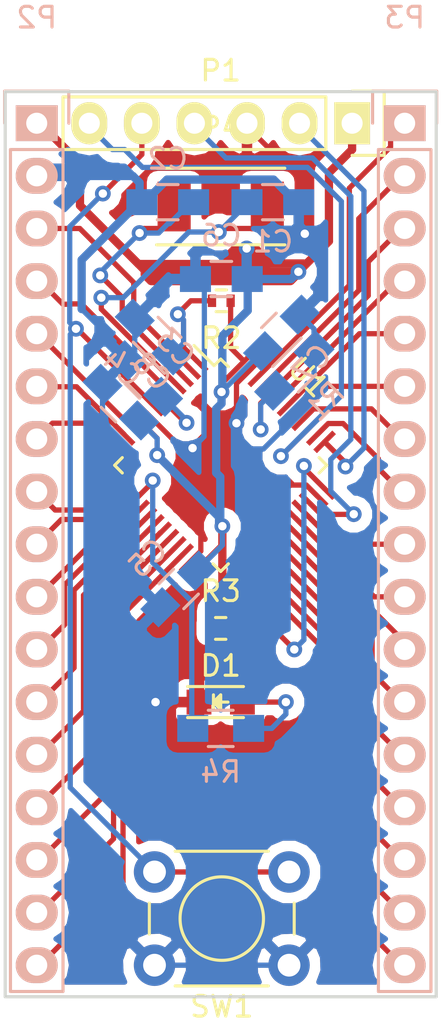
<source format=kicad_pcb>
(kicad_pcb (version 4) (host pcbnew 4.0.4+e1-6308~48~ubuntu16.04.1-stable)

  (general
    (links 76)
    (no_connects 0)
    (area 177.792667 75.151 205.747334 125.049)
    (thickness 1.6)
    (drawings 4)
    (tracks 407)
    (zones 0)
    (modules 19)
    (nets 45)
  )

  (page A4)
  (layers
    (0 F.Cu signal)
    (31 B.Cu signal)
    (32 B.Adhes user)
    (33 F.Adhes user)
    (34 B.Paste user)
    (35 F.Paste user)
    (36 B.SilkS user)
    (37 F.SilkS user)
    (38 B.Mask user)
    (39 F.Mask user)
    (40 Dwgs.User user)
    (41 Cmts.User user)
    (42 Eco1.User user)
    (43 Eco2.User user)
    (44 Edge.Cuts user)
    (45 Margin user)
    (46 B.CrtYd user hide)
    (47 F.CrtYd user hide)
    (48 B.Fab user hide)
    (49 F.Fab user hide)
  )

  (setup
    (last_trace_width 0.254)
    (trace_clearance 0.2032)
    (zone_clearance 0.508)
    (zone_45_only no)
    (trace_min 0.1524)
    (segment_width 0.2)
    (edge_width 0.15)
    (via_size 0.762)
    (via_drill 0.4064)
    (via_min_size 0.6858)
    (via_min_drill 0.3302)
    (uvia_size 0.3048)
    (uvia_drill 0.1016)
    (uvias_allowed no)
    (uvia_min_size 0)
    (uvia_min_drill 0)
    (pcb_text_width 0.3)
    (pcb_text_size 1.5 1.5)
    (mod_edge_width 0.15)
    (mod_text_size 1 1)
    (mod_text_width 0.15)
    (pad_size 1.524 1.524)
    (pad_drill 0.762)
    (pad_to_mask_clearance 0.2)
    (aux_axis_origin 0 0)
    (visible_elements FFFEF77F)
    (pcbplotparams
      (layerselection 0x010f0_80000001)
      (usegerberextensions true)
      (excludeedgelayer true)
      (linewidth 0.101600)
      (plotframeref false)
      (viasonmask false)
      (mode 1)
      (useauxorigin false)
      (hpglpennumber 1)
      (hpglpenspeed 20)
      (hpglpendiameter 15)
      (hpglpenoverlay 2)
      (psnegative false)
      (psa4output false)
      (plotreference true)
      (plotvalue true)
      (plotinvisibletext false)
      (padsonsilk false)
      (subtractmaskfromsilk false)
      (outputformat 1)
      (mirror false)
      (drillshape 0)
      (scaleselection 1)
      (outputdirectory gerber/))
  )

  (net 0 "")
  (net 1 VDD)
  (net 2 Earth)
  (net 3 SWCLK)
  (net 4 SWDIO)
  (net 5 NRST)
  (net 6 SWO)
  (net 7 /PA0)
  (net 8 /PA1)
  (net 9 /PA2)
  (net 10 /PA3)
  (net 11 /PA4)
  (net 12 /PA5)
  (net 13 /PA6)
  (net 14 /PA7)
  (net 15 /PA8)
  (net 16 /PA9)
  (net 17 /PA10)
  (net 18 /PA11)
  (net 19 /PA12)
  (net 20 /PA15)
  (net 21 /PB0)
  (net 22 /PB1)
  (net 23 /PB2)
  (net 24 /PB4)
  (net 25 /PB5)
  (net 26 /PB6)
  (net 27 /PB7)
  (net 28 /PB8)
  (net 29 /PB9)
  (net 30 /PB10)
  (net 31 /PB11)
  (net 32 /PB12)
  (net 33 /PB13)
  (net 34 /PB14)
  (net 35 /PB15)
  (net 36 /PC13)
  (net 37 BOOT0)
  (net 38 OSC32_IN)
  (net 39 OSC32_OUT)
  (net 40 MCO)
  (net 41 /VLCD)
  (net 42 /VDD_USB)
  (net 43 /OSC_OUT)
  (net 44 "Net-(D1-Pad2)")

  (net_class Default "This is the default net class."
    (clearance 0.2032)
    (trace_width 0.254)
    (via_dia 0.762)
    (via_drill 0.4064)
    (uvia_dia 0.3048)
    (uvia_drill 0.1016)
    (add_net /OSC_OUT)
    (add_net /PA0)
    (add_net /PA1)
    (add_net /PA10)
    (add_net /PA11)
    (add_net /PA12)
    (add_net /PA15)
    (add_net /PA2)
    (add_net /PA3)
    (add_net /PA4)
    (add_net /PA5)
    (add_net /PA6)
    (add_net /PA7)
    (add_net /PA8)
    (add_net /PA9)
    (add_net /PB0)
    (add_net /PB1)
    (add_net /PB10)
    (add_net /PB11)
    (add_net /PB12)
    (add_net /PB13)
    (add_net /PB14)
    (add_net /PB15)
    (add_net /PB2)
    (add_net /PB4)
    (add_net /PB5)
    (add_net /PB6)
    (add_net /PB7)
    (add_net /PB8)
    (add_net /PB9)
    (add_net /PC13)
    (add_net /VDD_USB)
    (add_net /VLCD)
    (add_net BOOT0)
    (add_net Earth)
    (add_net MCO)
    (add_net NRST)
    (add_net "Net-(D1-Pad2)")
    (add_net OSC32_IN)
    (add_net OSC32_OUT)
    (add_net SWCLK)
    (add_net SWDIO)
    (add_net SWO)
    (add_net VDD)
  )

  (net_class Wide ""
    (clearance 0.254)
    (trace_width 0.3556)
    (via_dia 0.762)
    (via_drill 0.4064)
    (uvia_dia 0.3048)
    (uvia_drill 0.1016)
  )

  (module Housings_QFP:LQFP-48_7x7mm_Pitch0.5mm (layer F.Cu) (tedit 54130A77) (tstamp 5807CE7F)
    (at 191.77 97.79 315)
    (descr "48 LEAD LQFP 7x7mm (see MICREL LQFP7x7-48LD-PL-1.pdf)")
    (tags "QFP 0.5")
    (path /580631B3)
    (attr smd)
    (fp_text reference U1 (at 0 -6 315) (layer F.SilkS)
      (effects (font (size 1 1) (thickness 0.15)))
    )
    (fp_text value STM32L053C8_LQFP48 (at 0 6 315) (layer F.Fab)
      (effects (font (size 1 1) (thickness 0.15)))
    )
    (fp_text user %R (at 0 0 315) (layer F.Fab)
      (effects (font (size 1 1) (thickness 0.15)))
    )
    (fp_line (start -2.5 -3.5) (end 3.5 -3.5) (layer F.Fab) (width 0.15))
    (fp_line (start 3.5 -3.5) (end 3.5 3.5) (layer F.Fab) (width 0.15))
    (fp_line (start 3.5 3.5) (end -3.5 3.5) (layer F.Fab) (width 0.15))
    (fp_line (start -3.5 3.5) (end -3.5 -2.5) (layer F.Fab) (width 0.15))
    (fp_line (start -3.5 -2.5) (end -2.5 -3.5) (layer F.Fab) (width 0.15))
    (fp_line (start -5.25 -5.25) (end -5.25 5.25) (layer F.CrtYd) (width 0.05))
    (fp_line (start 5.25 -5.25) (end 5.25 5.25) (layer F.CrtYd) (width 0.05))
    (fp_line (start -5.25 -5.25) (end 5.25 -5.25) (layer F.CrtYd) (width 0.05))
    (fp_line (start -5.25 5.25) (end 5.25 5.25) (layer F.CrtYd) (width 0.05))
    (fp_line (start -3.625 -3.625) (end -3.625 -3.175) (layer F.SilkS) (width 0.15))
    (fp_line (start 3.625 -3.625) (end 3.625 -3.1) (layer F.SilkS) (width 0.15))
    (fp_line (start 3.625 3.625) (end 3.625 3.1) (layer F.SilkS) (width 0.15))
    (fp_line (start -3.625 3.625) (end -3.625 3.1) (layer F.SilkS) (width 0.15))
    (fp_line (start -3.625 -3.625) (end -3.1 -3.625) (layer F.SilkS) (width 0.15))
    (fp_line (start -3.625 3.625) (end -3.1 3.625) (layer F.SilkS) (width 0.15))
    (fp_line (start 3.625 3.625) (end 3.1 3.625) (layer F.SilkS) (width 0.15))
    (fp_line (start 3.625 -3.625) (end 3.1 -3.625) (layer F.SilkS) (width 0.15))
    (fp_line (start -3.625 -3.175) (end -5 -3.175) (layer F.SilkS) (width 0.15))
    (pad 1 smd rect (at -4.35 -2.75 315) (size 1.3 0.25) (layers F.Cu F.Paste F.Mask)
      (net 41 /VLCD))
    (pad 2 smd rect (at -4.35 -2.25 315) (size 1.3 0.25) (layers F.Cu F.Paste F.Mask)
      (net 36 /PC13))
    (pad 3 smd rect (at -4.35 -1.75 315) (size 1.3 0.25) (layers F.Cu F.Paste F.Mask)
      (net 38 OSC32_IN))
    (pad 4 smd rect (at -4.35 -1.25 315) (size 1.3 0.25) (layers F.Cu F.Paste F.Mask)
      (net 39 OSC32_OUT))
    (pad 5 smd rect (at -4.35 -0.75 315) (size 1.3 0.25) (layers F.Cu F.Paste F.Mask)
      (net 40 MCO))
    (pad 6 smd rect (at -4.35 -0.25 315) (size 1.3 0.25) (layers F.Cu F.Paste F.Mask)
      (net 43 /OSC_OUT))
    (pad 7 smd rect (at -4.35 0.25 315) (size 1.3 0.25) (layers F.Cu F.Paste F.Mask)
      (net 5 NRST))
    (pad 8 smd rect (at -4.35 0.75 315) (size 1.3 0.25) (layers F.Cu F.Paste F.Mask)
      (net 2 Earth))
    (pad 9 smd rect (at -4.35 1.25 315) (size 1.3 0.25) (layers F.Cu F.Paste F.Mask)
      (net 1 VDD))
    (pad 10 smd rect (at -4.35 1.75 315) (size 1.3 0.25) (layers F.Cu F.Paste F.Mask)
      (net 7 /PA0))
    (pad 11 smd rect (at -4.35 2.25 315) (size 1.3 0.25) (layers F.Cu F.Paste F.Mask)
      (net 8 /PA1))
    (pad 12 smd rect (at -4.35 2.75 315) (size 1.3 0.25) (layers F.Cu F.Paste F.Mask)
      (net 9 /PA2))
    (pad 13 smd rect (at -2.75 4.35 45) (size 1.3 0.25) (layers F.Cu F.Paste F.Mask)
      (net 10 /PA3))
    (pad 14 smd rect (at -2.25 4.35 45) (size 1.3 0.25) (layers F.Cu F.Paste F.Mask)
      (net 11 /PA4))
    (pad 15 smd rect (at -1.75 4.35 45) (size 1.3 0.25) (layers F.Cu F.Paste F.Mask)
      (net 12 /PA5))
    (pad 16 smd rect (at -1.25 4.35 45) (size 1.3 0.25) (layers F.Cu F.Paste F.Mask)
      (net 13 /PA6))
    (pad 17 smd rect (at -0.75 4.35 45) (size 1.3 0.25) (layers F.Cu F.Paste F.Mask)
      (net 14 /PA7))
    (pad 18 smd rect (at -0.25 4.35 45) (size 1.3 0.25) (layers F.Cu F.Paste F.Mask)
      (net 21 /PB0))
    (pad 19 smd rect (at 0.25 4.35 45) (size 1.3 0.25) (layers F.Cu F.Paste F.Mask)
      (net 22 /PB1))
    (pad 20 smd rect (at 0.75 4.35 45) (size 1.3 0.25) (layers F.Cu F.Paste F.Mask)
      (net 23 /PB2))
    (pad 21 smd rect (at 1.25 4.35 45) (size 1.3 0.25) (layers F.Cu F.Paste F.Mask)
      (net 30 /PB10))
    (pad 22 smd rect (at 1.75 4.35 45) (size 1.3 0.25) (layers F.Cu F.Paste F.Mask)
      (net 31 /PB11))
    (pad 23 smd rect (at 2.25 4.35 45) (size 1.3 0.25) (layers F.Cu F.Paste F.Mask)
      (net 2 Earth))
    (pad 24 smd rect (at 2.75 4.35 45) (size 1.3 0.25) (layers F.Cu F.Paste F.Mask)
      (net 1 VDD))
    (pad 25 smd rect (at 4.35 2.75 315) (size 1.3 0.25) (layers F.Cu F.Paste F.Mask)
      (net 32 /PB12))
    (pad 26 smd rect (at 4.35 2.25 315) (size 1.3 0.25) (layers F.Cu F.Paste F.Mask)
      (net 33 /PB13))
    (pad 27 smd rect (at 4.35 1.75 315) (size 1.3 0.25) (layers F.Cu F.Paste F.Mask)
      (net 34 /PB14))
    (pad 28 smd rect (at 4.35 1.25 315) (size 1.3 0.25) (layers F.Cu F.Paste F.Mask)
      (net 35 /PB15))
    (pad 29 smd rect (at 4.35 0.75 315) (size 1.3 0.25) (layers F.Cu F.Paste F.Mask)
      (net 15 /PA8))
    (pad 30 smd rect (at 4.35 0.25 315) (size 1.3 0.25) (layers F.Cu F.Paste F.Mask)
      (net 16 /PA9))
    (pad 31 smd rect (at 4.35 -0.25 315) (size 1.3 0.25) (layers F.Cu F.Paste F.Mask)
      (net 17 /PA10))
    (pad 32 smd rect (at 4.35 -0.75 315) (size 1.3 0.25) (layers F.Cu F.Paste F.Mask)
      (net 18 /PA11))
    (pad 33 smd rect (at 4.35 -1.25 315) (size 1.3 0.25) (layers F.Cu F.Paste F.Mask)
      (net 19 /PA12))
    (pad 34 smd rect (at 4.35 -1.75 315) (size 1.3 0.25) (layers F.Cu F.Paste F.Mask)
      (net 4 SWDIO))
    (pad 35 smd rect (at 4.35 -2.25 315) (size 1.3 0.25) (layers F.Cu F.Paste F.Mask)
      (net 2 Earth))
    (pad 36 smd rect (at 4.35 -2.75 315) (size 1.3 0.25) (layers F.Cu F.Paste F.Mask)
      (net 42 /VDD_USB))
    (pad 37 smd rect (at 2.75 -4.35 45) (size 1.3 0.25) (layers F.Cu F.Paste F.Mask)
      (net 3 SWCLK))
    (pad 38 smd rect (at 2.25 -4.35 45) (size 1.3 0.25) (layers F.Cu F.Paste F.Mask)
      (net 20 /PA15))
    (pad 39 smd rect (at 1.75 -4.35 45) (size 1.3 0.25) (layers F.Cu F.Paste F.Mask)
      (net 6 SWO))
    (pad 40 smd rect (at 1.25 -4.35 45) (size 1.3 0.25) (layers F.Cu F.Paste F.Mask)
      (net 24 /PB4))
    (pad 41 smd rect (at 0.75 -4.35 45) (size 1.3 0.25) (layers F.Cu F.Paste F.Mask)
      (net 25 /PB5))
    (pad 42 smd rect (at 0.25 -4.35 45) (size 1.3 0.25) (layers F.Cu F.Paste F.Mask)
      (net 26 /PB6))
    (pad 43 smd rect (at -0.25 -4.35 45) (size 1.3 0.25) (layers F.Cu F.Paste F.Mask)
      (net 27 /PB7))
    (pad 44 smd rect (at -0.75 -4.35 45) (size 1.3 0.25) (layers F.Cu F.Paste F.Mask)
      (net 37 BOOT0))
    (pad 45 smd rect (at -1.25 -4.35 45) (size 1.3 0.25) (layers F.Cu F.Paste F.Mask)
      (net 28 /PB8))
    (pad 46 smd rect (at -1.75 -4.35 45) (size 1.3 0.25) (layers F.Cu F.Paste F.Mask)
      (net 29 /PB9))
    (pad 47 smd rect (at -2.25 -4.35 45) (size 1.3 0.25) (layers F.Cu F.Paste F.Mask)
      (net 2 Earth))
    (pad 48 smd rect (at -2.75 -4.35 45) (size 1.3 0.25) (layers F.Cu F.Paste F.Mask)
      (net 1 VDD))
    (model Housings_QFP.3dshapes/LQFP-48_7x7mm_Pitch0.5mm.wrl
      (at (xyz 0 0 0))
      (scale (xyz 1 1 1))
      (rotate (xyz 0 0 0))
    )
  )

  (module Capacitors_SMD:C_0805_HandSoldering (layer B.Cu) (tedit 5803BB28) (tstamp 580213D4)
    (at 194.29 85.09)
    (descr "Capacitor SMD 0805, hand soldering")
    (tags "capacitor 0805")
    (path /580665CF)
    (attr smd)
    (fp_text reference C1 (at 0 1.904999) (layer B.SilkS)
      (effects (font (size 1 1) (thickness 0.15)) (justify mirror))
    )
    (fp_text value 20pF (at 0 -2.1) (layer B.Fab)
      (effects (font (size 1 1) (thickness 0.15)) (justify mirror))
    )
    (fp_line (start -1 -0.625) (end -1 0.625) (layer B.Fab) (width 0.15))
    (fp_line (start 1 -0.625) (end -1 -0.625) (layer B.Fab) (width 0.15))
    (fp_line (start 1 0.625) (end 1 -0.625) (layer B.Fab) (width 0.15))
    (fp_line (start -1 0.625) (end 1 0.625) (layer B.Fab) (width 0.15))
    (fp_line (start -2.3 1) (end 2.3 1) (layer B.CrtYd) (width 0.05))
    (fp_line (start -2.3 -1) (end 2.3 -1) (layer B.CrtYd) (width 0.05))
    (fp_line (start -2.3 1) (end -2.3 -1) (layer B.CrtYd) (width 0.05))
    (fp_line (start 2.3 1) (end 2.3 -1) (layer B.CrtYd) (width 0.05))
    (fp_line (start 0.5 0.85) (end -0.5 0.85) (layer B.SilkS) (width 0.15))
    (fp_line (start -0.5 -0.85) (end 0.5 -0.85) (layer B.SilkS) (width 0.15))
    (pad 1 smd rect (at -1.25 0) (size 1.5 1.25) (layers B.Cu B.Paste B.Mask)
      (net 39 OSC32_OUT))
    (pad 2 smd rect (at 1.25 0) (size 1.5 1.25) (layers B.Cu B.Paste B.Mask)
      (net 2 Earth))
    (model Capacitors_SMD.3dshapes/C_0805_HandSoldering.wrl
      (at (xyz 0 0 0))
      (scale (xyz 1 1 1))
      (rotate (xyz 0 0 0))
    )
  )

  (module Capacitors_SMD:C_0805_HandSoldering (layer B.Cu) (tedit 541A9B8D) (tstamp 580213DA)
    (at 189.21 85.09 180)
    (descr "Capacitor SMD 0805, hand soldering")
    (tags "capacitor 0805")
    (path /5806648B)
    (attr smd)
    (fp_text reference C2 (at 0 2.1 180) (layer B.SilkS)
      (effects (font (size 1 1) (thickness 0.15)) (justify mirror))
    )
    (fp_text value 20pF (at 0 -2.1 180) (layer B.Fab)
      (effects (font (size 1 1) (thickness 0.15)) (justify mirror))
    )
    (fp_line (start -1 -0.625) (end -1 0.625) (layer B.Fab) (width 0.15))
    (fp_line (start 1 -0.625) (end -1 -0.625) (layer B.Fab) (width 0.15))
    (fp_line (start 1 0.625) (end 1 -0.625) (layer B.Fab) (width 0.15))
    (fp_line (start -1 0.625) (end 1 0.625) (layer B.Fab) (width 0.15))
    (fp_line (start -2.3 1) (end 2.3 1) (layer B.CrtYd) (width 0.05))
    (fp_line (start -2.3 -1) (end 2.3 -1) (layer B.CrtYd) (width 0.05))
    (fp_line (start -2.3 1) (end -2.3 -1) (layer B.CrtYd) (width 0.05))
    (fp_line (start 2.3 1) (end 2.3 -1) (layer B.CrtYd) (width 0.05))
    (fp_line (start 0.5 0.85) (end -0.5 0.85) (layer B.SilkS) (width 0.15))
    (fp_line (start -0.5 -0.85) (end 0.5 -0.85) (layer B.SilkS) (width 0.15))
    (pad 1 smd rect (at -1.25 0 180) (size 1.5 1.25) (layers B.Cu B.Paste B.Mask)
      (net 38 OSC32_IN))
    (pad 2 smd rect (at 1.25 0 180) (size 1.5 1.25) (layers B.Cu B.Paste B.Mask)
      (net 2 Earth))
    (model Capacitors_SMD.3dshapes/C_0805_HandSoldering.wrl
      (at (xyz 0 0 0))
      (scale (xyz 1 1 1))
      (rotate (xyz 0 0 0))
    )
  )

  (module Capacitors_SMD:C_0805_HandSoldering (layer B.Cu) (tedit 541A9B8D) (tstamp 5803944C)
    (at 188.1 93.6 135)
    (descr "Capacitor SMD 0805, hand soldering")
    (tags "capacitor 0805")
    (path /58034E62)
    (attr smd)
    (fp_text reference C3 (at 0 2.1 135) (layer B.SilkS)
      (effects (font (size 1 1) (thickness 0.15)) (justify mirror))
    )
    (fp_text value 20pF (at 0 -2.1 135) (layer B.Fab)
      (effects (font (size 1 1) (thickness 0.15)) (justify mirror))
    )
    (fp_line (start -1 -0.625) (end -1 0.625) (layer B.Fab) (width 0.15))
    (fp_line (start 1 -0.625) (end -1 -0.625) (layer B.Fab) (width 0.15))
    (fp_line (start 1 0.625) (end 1 -0.625) (layer B.Fab) (width 0.15))
    (fp_line (start -1 0.625) (end 1 0.625) (layer B.Fab) (width 0.15))
    (fp_line (start -2.3 1) (end 2.3 1) (layer B.CrtYd) (width 0.05))
    (fp_line (start -2.3 -1) (end 2.3 -1) (layer B.CrtYd) (width 0.05))
    (fp_line (start -2.3 1) (end -2.3 -1) (layer B.CrtYd) (width 0.05))
    (fp_line (start 2.3 1) (end 2.3 -1) (layer B.CrtYd) (width 0.05))
    (fp_line (start 0.5 0.85) (end -0.5 0.85) (layer B.SilkS) (width 0.15))
    (fp_line (start -0.5 -0.85) (end 0.5 -0.85) (layer B.SilkS) (width 0.15))
    (pad 1 smd rect (at -1.25 0 135) (size 1.5 1.25) (layers B.Cu B.Paste B.Mask)
      (net 43 /OSC_OUT))
    (pad 2 smd rect (at 1.25 0 135) (size 1.5 1.25) (layers B.Cu B.Paste B.Mask)
      (net 2 Earth))
    (model Capacitors_SMD.3dshapes/C_0805_HandSoldering.wrl
      (at (xyz 0 0 0))
      (scale (xyz 1 1 1))
      (rotate (xyz 0 0 0))
    )
  )

  (module Capacitors_SMD:C_0805_HandSoldering (layer B.Cu) (tedit 541A9B8D) (tstamp 58039452)
    (at 188.5 91.6 315)
    (descr "Capacitor SMD 0805, hand soldering")
    (tags "capacitor 0805")
    (path /58032557)
    (attr smd)
    (fp_text reference C4 (at 0 2.1 315) (layer B.SilkS)
      (effects (font (size 1 1) (thickness 0.15)) (justify mirror))
    )
    (fp_text value 100nF (at 0 -2.1 315) (layer B.Fab)
      (effects (font (size 1 1) (thickness 0.15)) (justify mirror))
    )
    (fp_line (start -1 -0.625) (end -1 0.625) (layer B.Fab) (width 0.15))
    (fp_line (start 1 -0.625) (end -1 -0.625) (layer B.Fab) (width 0.15))
    (fp_line (start 1 0.625) (end 1 -0.625) (layer B.Fab) (width 0.15))
    (fp_line (start -1 0.625) (end 1 0.625) (layer B.Fab) (width 0.15))
    (fp_line (start -2.3 1) (end 2.3 1) (layer B.CrtYd) (width 0.05))
    (fp_line (start -2.3 -1) (end 2.3 -1) (layer B.CrtYd) (width 0.05))
    (fp_line (start -2.3 1) (end -2.3 -1) (layer B.CrtYd) (width 0.05))
    (fp_line (start 2.3 1) (end 2.3 -1) (layer B.CrtYd) (width 0.05))
    (fp_line (start 0.5 0.85) (end -0.5 0.85) (layer B.SilkS) (width 0.15))
    (fp_line (start -0.5 -0.85) (end 0.5 -0.85) (layer B.SilkS) (width 0.15))
    (pad 1 smd rect (at -1.25 0 315) (size 1.5 1.25) (layers B.Cu B.Paste B.Mask)
      (net 2 Earth))
    (pad 2 smd rect (at 1.25 0 315) (size 1.5 1.25) (layers B.Cu B.Paste B.Mask)
      (net 41 /VLCD))
    (model Capacitors_SMD.3dshapes/C_0805_HandSoldering.wrl
      (at (xyz 0 0 0))
      (scale (xyz 1 1 1))
      (rotate (xyz 0 0 0))
    )
  )

  (module Pin_Headers:Pin_Header_Straight_1x06 (layer F.Cu) (tedit 5804872E) (tstamp 58039453)
    (at 198.12 81.28 270)
    (descr "Through hole pin header")
    (tags "pin header")
    (path /58036840)
    (fp_text reference P1 (at -2.54 6.35 360) (layer F.SilkS)
      (effects (font (size 1 1) (thickness 0.15)))
    )
    (fp_text value SWD (at 2.9464 -0.1778 360) (layer F.Fab)
      (effects (font (size 1 1) (thickness 0.15)))
    )
    (fp_line (start -1.75 -1.75) (end -1.75 14.45) (layer F.CrtYd) (width 0.05))
    (fp_line (start 1.75 -1.75) (end 1.75 14.45) (layer F.CrtYd) (width 0.05))
    (fp_line (start -1.75 -1.75) (end 1.75 -1.75) (layer F.CrtYd) (width 0.05))
    (fp_line (start -1.75 14.45) (end 1.75 14.45) (layer F.CrtYd) (width 0.05))
    (fp_line (start 1.27 1.27) (end 1.27 13.97) (layer F.SilkS) (width 0.15))
    (fp_line (start 1.27 13.97) (end -1.27 13.97) (layer F.SilkS) (width 0.15))
    (fp_line (start -1.27 13.97) (end -1.27 1.27) (layer F.SilkS) (width 0.15))
    (fp_line (start 1.55 -1.55) (end 1.55 0) (layer F.SilkS) (width 0.15))
    (fp_line (start 1.27 1.27) (end -1.27 1.27) (layer F.SilkS) (width 0.15))
    (fp_line (start -1.55 0) (end -1.55 -1.55) (layer F.SilkS) (width 0.15))
    (fp_line (start -1.55 -1.55) (end 1.55 -1.55) (layer F.SilkS) (width 0.15))
    (pad 1 thru_hole rect (at 0 0 270) (size 2.032 1.7272) (drill 1.016) (layers *.Cu *.Mask F.SilkS)
      (net 1 VDD))
    (pad 2 thru_hole oval (at 0 2.54 270) (size 2.032 1.7272) (drill 1.016) (layers *.Cu *.Mask F.SilkS)
      (net 3 SWCLK))
    (pad 3 thru_hole oval (at 0 5.08 270) (size 2.032 1.7272) (drill 1.016) (layers *.Cu *.Mask F.SilkS)
      (net 2 Earth))
    (pad 4 thru_hole oval (at 0 7.62 270) (size 2.032 1.7272) (drill 1.016) (layers *.Cu *.Mask F.SilkS)
      (net 4 SWDIO))
    (pad 5 thru_hole oval (at 0 10.16 270) (size 2.032 1.7272) (drill 1.016) (layers *.Cu *.Mask F.SilkS)
      (net 5 NRST))
    (pad 6 thru_hole oval (at 0 12.7 270) (size 2.032 1.7272) (drill 1.016) (layers *.Cu *.Mask F.SilkS)
      (net 6 SWO))
    (model Pin_Headers.3dshapes/Pin_Header_Straight_1x06.wrl
      (at (xyz 0 -0.25 0))
      (scale (xyz 1 1 1))
      (rotate (xyz 0 0 90))
    )
  )

  (module Resistors_SMD:R_0805_HandSoldering (layer B.Cu) (tedit 54189DEE) (tstamp 580394A2)
    (at 195.326 93.218 45)
    (descr "Resistor SMD 0805, hand soldering")
    (tags "resistor 0805")
    (path /5806575A)
    (attr smd)
    (fp_text reference R1 (at 0 2.1 45) (layer B.SilkS)
      (effects (font (size 1 1) (thickness 0.15)) (justify mirror))
    )
    (fp_text value 10K (at 0 -2.1 45) (layer B.Fab)
      (effects (font (size 1 1) (thickness 0.15)) (justify mirror))
    )
    (fp_line (start -2.4 1) (end 2.4 1) (layer B.CrtYd) (width 0.05))
    (fp_line (start -2.4 -1) (end 2.4 -1) (layer B.CrtYd) (width 0.05))
    (fp_line (start -2.4 1) (end -2.4 -1) (layer B.CrtYd) (width 0.05))
    (fp_line (start 2.4 1) (end 2.4 -1) (layer B.CrtYd) (width 0.05))
    (fp_line (start 0.6 -0.875) (end -0.6 -0.875) (layer B.SilkS) (width 0.15))
    (fp_line (start -0.6 0.875) (end 0.6 0.875) (layer B.SilkS) (width 0.15))
    (pad 1 smd rect (at -1.35 0 45) (size 1.5 1.3) (layers B.Cu B.Paste B.Mask)
      (net 37 BOOT0))
    (pad 2 smd rect (at 1.35 0 45) (size 1.5 1.3) (layers B.Cu B.Paste B.Mask)
      (net 2 Earth))
    (model Resistors_SMD.3dshapes/R_0805_HandSoldering.wrl
      (at (xyz 0 0 0))
      (scale (xyz 1 1 1))
      (rotate (xyz 0 0 0))
    )
  )

  (module Capacitors_SMD:C_0805_HandSoldering (layer B.Cu) (tedit 541A9B8D) (tstamp 5803B85A)
    (at 189.738 103.759 225)
    (descr "Capacitor SMD 0805, hand soldering")
    (tags "capacitor 0805")
    (path /58021E64)
    (attr smd)
    (fp_text reference C5 (at 0 2.1 225) (layer B.SilkS)
      (effects (font (size 1 1) (thickness 0.15)) (justify mirror))
    )
    (fp_text value 100nF (at 0 -2.1 225) (layer B.Fab)
      (effects (font (size 1 1) (thickness 0.15)) (justify mirror))
    )
    (fp_line (start -1 -0.625) (end -1 0.625) (layer B.Fab) (width 0.15))
    (fp_line (start 1 -0.625) (end -1 -0.625) (layer B.Fab) (width 0.15))
    (fp_line (start 1 0.625) (end 1 -0.625) (layer B.Fab) (width 0.15))
    (fp_line (start -1 0.625) (end 1 0.625) (layer B.Fab) (width 0.15))
    (fp_line (start -2.3 1) (end 2.3 1) (layer B.CrtYd) (width 0.05))
    (fp_line (start -2.3 -1) (end 2.3 -1) (layer B.CrtYd) (width 0.05))
    (fp_line (start -2.3 1) (end -2.3 -1) (layer B.CrtYd) (width 0.05))
    (fp_line (start 2.3 1) (end 2.3 -1) (layer B.CrtYd) (width 0.05))
    (fp_line (start 0.5 0.85) (end -0.5 0.85) (layer B.SilkS) (width 0.15))
    (fp_line (start -0.5 -0.85) (end 0.5 -0.85) (layer B.SilkS) (width 0.15))
    (pad 1 smd rect (at -1.25 0 225) (size 1.5 1.25) (layers B.Cu B.Paste B.Mask)
      (net 1 VDD))
    (pad 2 smd rect (at 1.25 0 225) (size 1.5 1.25) (layers B.Cu B.Paste B.Mask)
      (net 2 Earth))
    (model Capacitors_SMD.3dshapes/C_0805_HandSoldering.wrl
      (at (xyz 0 0 0))
      (scale (xyz 1 1 1))
      (rotate (xyz 0 0 0))
    )
  )

  (module Capacitors_SMD:C_0805_HandSoldering (layer B.Cu) (tedit 541A9B8D) (tstamp 5803B860)
    (at 191.8 88.8 180)
    (descr "Capacitor SMD 0805, hand soldering")
    (tags "capacitor 0805")
    (path /58039250)
    (attr smd)
    (fp_text reference C6 (at 0 2.1 180) (layer B.SilkS)
      (effects (font (size 1 1) (thickness 0.15)) (justify mirror))
    )
    (fp_text value 10uF (at 0 -2.1 180) (layer B.Fab)
      (effects (font (size 1 1) (thickness 0.15)) (justify mirror))
    )
    (fp_line (start -1 -0.625) (end -1 0.625) (layer B.Fab) (width 0.15))
    (fp_line (start 1 -0.625) (end -1 -0.625) (layer B.Fab) (width 0.15))
    (fp_line (start 1 0.625) (end 1 -0.625) (layer B.Fab) (width 0.15))
    (fp_line (start -1 0.625) (end 1 0.625) (layer B.Fab) (width 0.15))
    (fp_line (start -2.3 1) (end 2.3 1) (layer B.CrtYd) (width 0.05))
    (fp_line (start -2.3 -1) (end 2.3 -1) (layer B.CrtYd) (width 0.05))
    (fp_line (start -2.3 1) (end -2.3 -1) (layer B.CrtYd) (width 0.05))
    (fp_line (start 2.3 1) (end 2.3 -1) (layer B.CrtYd) (width 0.05))
    (fp_line (start 0.5 0.85) (end -0.5 0.85) (layer B.SilkS) (width 0.15))
    (fp_line (start -0.5 -0.85) (end 0.5 -0.85) (layer B.SilkS) (width 0.15))
    (pad 1 smd rect (at -1.25 0 180) (size 1.5 1.25) (layers B.Cu B.Paste B.Mask)
      (net 1 VDD))
    (pad 2 smd rect (at 1.25 0 180) (size 1.5 1.25) (layers B.Cu B.Paste B.Mask)
      (net 2 Earth))
    (model Capacitors_SMD.3dshapes/C_0805_HandSoldering.wrl
      (at (xyz 0 0 0))
      (scale (xyz 1 1 1))
      (rotate (xyz 0 0 0))
    )
  )

  (module Buttons_Switches_ThroughHole:SW_PUSH_6mm (layer F.Cu) (tedit 57BABF74) (tstamp 58048AD2)
    (at 195.072 121.92 180)
    (descr https://www.omron.com/ecb/products/pdf/en-b3f.pdf)
    (tags "tact sw push 6mm")
    (path /5803EFB1)
    (fp_text reference SW1 (at 3.25 -2 180) (layer F.SilkS)
      (effects (font (size 1 1) (thickness 0.15)))
    )
    (fp_text value RESET (at 3.75 6.7 180) (layer F.Fab)
      (effects (font (size 1 1) (thickness 0.15)))
    )
    (fp_line (start 3.25 -0.75) (end 6.25 -0.75) (layer F.Fab) (width 0.15))
    (fp_line (start 6.25 -0.75) (end 6.25 5.25) (layer F.Fab) (width 0.15))
    (fp_line (start 6.25 5.25) (end 0.25 5.25) (layer F.Fab) (width 0.15))
    (fp_line (start 0.25 5.25) (end 0.25 -0.75) (layer F.Fab) (width 0.15))
    (fp_line (start 0.25 -0.75) (end 3.25 -0.75) (layer F.Fab) (width 0.15))
    (fp_line (start 7.75 6) (end 8 6) (layer F.CrtYd) (width 0.05))
    (fp_line (start 8 6) (end 8 5.75) (layer F.CrtYd) (width 0.05))
    (fp_line (start 7.75 -1.5) (end 8 -1.5) (layer F.CrtYd) (width 0.05))
    (fp_line (start 8 -1.5) (end 8 -1.25) (layer F.CrtYd) (width 0.05))
    (fp_line (start -1.5 -1.25) (end -1.5 -1.5) (layer F.CrtYd) (width 0.05))
    (fp_line (start -1.5 -1.5) (end -1.25 -1.5) (layer F.CrtYd) (width 0.05))
    (fp_line (start -1.5 5.75) (end -1.5 6) (layer F.CrtYd) (width 0.05))
    (fp_line (start -1.5 6) (end -1.25 6) (layer F.CrtYd) (width 0.05))
    (fp_circle (center 3.25 2.25) (end 1.25 2.5) (layer F.SilkS) (width 0.15))
    (fp_line (start -1.25 -1.5) (end 7.75 -1.5) (layer F.CrtYd) (width 0.05))
    (fp_line (start -1.5 5.75) (end -1.5 -1.25) (layer F.CrtYd) (width 0.05))
    (fp_line (start 7.75 6) (end -1.25 6) (layer F.CrtYd) (width 0.05))
    (fp_line (start 8 -1.25) (end 8 5.75) (layer F.CrtYd) (width 0.05))
    (fp_line (start 1 5.5) (end 5.5 5.5) (layer F.SilkS) (width 0.15))
    (fp_line (start -0.25 1.5) (end -0.25 3) (layer F.SilkS) (width 0.15))
    (fp_line (start 5.5 -1) (end 1 -1) (layer F.SilkS) (width 0.15))
    (fp_line (start 6.75 3) (end 6.75 1.5) (layer F.SilkS) (width 0.15))
    (pad 2 thru_hole circle (at 0 4.5 270) (size 2 2) (drill 1.1) (layers *.Cu *.Mask)
      (net 5 NRST))
    (pad 1 thru_hole circle (at 0 0 270) (size 2 2) (drill 1.1) (layers *.Cu *.Mask)
      (net 2 Earth))
    (pad 2 thru_hole circle (at 6.5 4.5 270) (size 2 2) (drill 1.1) (layers *.Cu *.Mask)
      (net 5 NRST))
    (pad 1 thru_hole circle (at 6.5 0 270) (size 2 2) (drill 1.1) (layers *.Cu *.Mask)
      (net 2 Earth))
  )

  (module Capacitors_SMD:C_0805_HandSoldering (layer B.Cu) (tedit 541A9B8D) (tstamp 58063C76)
    (at 194.7 91.4 45)
    (descr "Capacitor SMD 0805, hand soldering")
    (tags "capacitor 0805")
    (path /5803B990)
    (attr smd)
    (fp_text reference C7 (at 0 2.1 45) (layer B.SilkS)
      (effects (font (size 1 1) (thickness 0.15)) (justify mirror))
    )
    (fp_text value 100nF (at 0 -2.1 45) (layer B.Fab)
      (effects (font (size 1 1) (thickness 0.15)) (justify mirror))
    )
    (fp_line (start -1 -0.625) (end -1 0.625) (layer B.Fab) (width 0.15))
    (fp_line (start 1 -0.625) (end -1 -0.625) (layer B.Fab) (width 0.15))
    (fp_line (start 1 0.625) (end 1 -0.625) (layer B.Fab) (width 0.15))
    (fp_line (start -1 0.625) (end 1 0.625) (layer B.Fab) (width 0.15))
    (fp_line (start -2.3 1) (end 2.3 1) (layer B.CrtYd) (width 0.05))
    (fp_line (start -2.3 -1) (end 2.3 -1) (layer B.CrtYd) (width 0.05))
    (fp_line (start -2.3 1) (end -2.3 -1) (layer B.CrtYd) (width 0.05))
    (fp_line (start 2.3 1) (end 2.3 -1) (layer B.CrtYd) (width 0.05))
    (fp_line (start 0.5 0.85) (end -0.5 0.85) (layer B.SilkS) (width 0.15))
    (fp_line (start -0.5 -0.85) (end 0.5 -0.85) (layer B.SilkS) (width 0.15))
    (pad 1 smd rect (at -1.25 0 45) (size 1.5 1.25) (layers B.Cu B.Paste B.Mask)
      (net 1 VDD))
    (pad 2 smd rect (at 1.25 0 45) (size 1.5 1.25) (layers B.Cu B.Paste B.Mask)
      (net 2 Earth))
    (model Capacitors_SMD.3dshapes/C_0805_HandSoldering.wrl
      (at (xyz 0 0 0))
      (scale (xyz 1 1 1))
      (rotate (xyz 0 0 0))
    )
  )

  (module Capacitors_SMD:C_0805_HandSoldering (layer B.Cu) (tedit 541A9B8D) (tstamp 58063C86)
    (at 186.944 94.742 135)
    (descr "Capacitor SMD 0805, hand soldering")
    (tags "capacitor 0805")
    (path /5803BA4A)
    (attr smd)
    (fp_text reference C8 (at 0 2.1 135) (layer B.SilkS)
      (effects (font (size 1 1) (thickness 0.15)) (justify mirror))
    )
    (fp_text value 100nF (at 0 -2.1 135) (layer B.Fab)
      (effects (font (size 1 1) (thickness 0.15)) (justify mirror))
    )
    (fp_line (start -1 -0.625) (end -1 0.625) (layer B.Fab) (width 0.15))
    (fp_line (start 1 -0.625) (end -1 -0.625) (layer B.Fab) (width 0.15))
    (fp_line (start 1 0.625) (end 1 -0.625) (layer B.Fab) (width 0.15))
    (fp_line (start -1 0.625) (end 1 0.625) (layer B.Fab) (width 0.15))
    (fp_line (start -2.3 1) (end 2.3 1) (layer B.CrtYd) (width 0.05))
    (fp_line (start -2.3 -1) (end 2.3 -1) (layer B.CrtYd) (width 0.05))
    (fp_line (start -2.3 1) (end -2.3 -1) (layer B.CrtYd) (width 0.05))
    (fp_line (start 2.3 1) (end 2.3 -1) (layer B.CrtYd) (width 0.05))
    (fp_line (start 0.5 0.85) (end -0.5 0.85) (layer B.SilkS) (width 0.15))
    (fp_line (start -0.5 -0.85) (end 0.5 -0.85) (layer B.SilkS) (width 0.15))
    (pad 1 smd rect (at -1.25 0 135) (size 1.5 1.25) (layers B.Cu B.Paste B.Mask)
      (net 1 VDD))
    (pad 2 smd rect (at 1.25 0 135) (size 1.5 1.25) (layers B.Cu B.Paste B.Mask)
      (net 2 Earth))
    (model Capacitors_SMD.3dshapes/C_0805_HandSoldering.wrl
      (at (xyz 0 0 0))
      (scale (xyz 1 1 1))
      (rotate (xyz 0 0 0))
    )
  )

  (module Pin_Headers:Pin_Header_Straight_1x17 (layer B.Cu) (tedit 0) (tstamp 58063C87)
    (at 182.88 81.28 180)
    (descr "Through hole pin header")
    (tags "pin header")
    (path /58065D61)
    (fp_text reference P2 (at 0 5.1 180) (layer B.SilkS)
      (effects (font (size 1 1) (thickness 0.15)) (justify mirror))
    )
    (fp_text value CONN_01X17 (at 0 3.1 180) (layer B.Fab)
      (effects (font (size 1 1) (thickness 0.15)) (justify mirror))
    )
    (fp_line (start -1.75 1.75) (end -1.75 -42.4) (layer B.CrtYd) (width 0.05))
    (fp_line (start 1.75 1.75) (end 1.75 -42.4) (layer B.CrtYd) (width 0.05))
    (fp_line (start -1.75 1.75) (end 1.75 1.75) (layer B.CrtYd) (width 0.05))
    (fp_line (start -1.75 -42.4) (end 1.75 -42.4) (layer B.CrtYd) (width 0.05))
    (fp_line (start 1.27 -1.27) (end 1.27 -41.91) (layer B.SilkS) (width 0.15))
    (fp_line (start 1.27 -41.91) (end -1.27 -41.91) (layer B.SilkS) (width 0.15))
    (fp_line (start -1.27 -41.91) (end -1.27 -1.27) (layer B.SilkS) (width 0.15))
    (fp_line (start 1.55 1.55) (end 1.55 0) (layer B.SilkS) (width 0.15))
    (fp_line (start 1.27 -1.27) (end -1.27 -1.27) (layer B.SilkS) (width 0.15))
    (fp_line (start -1.55 0) (end -1.55 1.55) (layer B.SilkS) (width 0.15))
    (fp_line (start -1.55 1.55) (end 1.55 1.55) (layer B.SilkS) (width 0.15))
    (pad 1 thru_hole rect (at 0 0 180) (size 2.032 1.7272) (drill 1.016) (layers *.Cu *.Mask B.SilkS)
      (net 1 VDD))
    (pad 2 thru_hole oval (at 0 -2.54 180) (size 2.032 1.7272) (drill 1.016) (layers *.Cu *.Mask B.SilkS)
      (net 2 Earth))
    (pad 3 thru_hole oval (at 0 -5.08 180) (size 2.032 1.7272) (drill 1.016) (layers *.Cu *.Mask B.SilkS)
      (net 36 /PC13))
    (pad 4 thru_hole oval (at 0 -7.62 180) (size 2.032 1.7272) (drill 1.016) (layers *.Cu *.Mask B.SilkS)
      (net 40 MCO))
    (pad 5 thru_hole oval (at 0 -10.16 180) (size 2.032 1.7272) (drill 1.016) (layers *.Cu *.Mask B.SilkS)
      (net 7 /PA0))
    (pad 6 thru_hole oval (at 0 -12.7 180) (size 2.032 1.7272) (drill 1.016) (layers *.Cu *.Mask B.SilkS)
      (net 8 /PA1))
    (pad 7 thru_hole oval (at 0 -15.24 180) (size 2.032 1.7272) (drill 1.016) (layers *.Cu *.Mask B.SilkS)
      (net 9 /PA2))
    (pad 8 thru_hole oval (at 0 -17.78 180) (size 2.032 1.7272) (drill 1.016) (layers *.Cu *.Mask B.SilkS)
      (net 10 /PA3))
    (pad 9 thru_hole oval (at 0 -20.32 180) (size 2.032 1.7272) (drill 1.016) (layers *.Cu *.Mask B.SilkS)
      (net 11 /PA4))
    (pad 10 thru_hole oval (at 0 -22.86 180) (size 2.032 1.7272) (drill 1.016) (layers *.Cu *.Mask B.SilkS)
      (net 12 /PA5))
    (pad 11 thru_hole oval (at 0 -25.4 180) (size 2.032 1.7272) (drill 1.016) (layers *.Cu *.Mask B.SilkS)
      (net 13 /PA6))
    (pad 12 thru_hole oval (at 0 -27.94 180) (size 2.032 1.7272) (drill 1.016) (layers *.Cu *.Mask B.SilkS)
      (net 14 /PA7))
    (pad 13 thru_hole oval (at 0 -30.48 180) (size 2.032 1.7272) (drill 1.016) (layers *.Cu *.Mask B.SilkS)
      (net 21 /PB0))
    (pad 14 thru_hole oval (at 0 -33.02 180) (size 2.032 1.7272) (drill 1.016) (layers *.Cu *.Mask B.SilkS)
      (net 22 /PB1))
    (pad 15 thru_hole oval (at 0 -35.56 180) (size 2.032 1.7272) (drill 1.016) (layers *.Cu *.Mask B.SilkS)
      (net 23 /PB2))
    (pad 16 thru_hole oval (at 0 -38.1 180) (size 2.032 1.7272) (drill 1.016) (layers *.Cu *.Mask B.SilkS)
      (net 30 /PB10))
    (pad 17 thru_hole oval (at 0 -40.64 180) (size 2.032 1.7272) (drill 1.016) (layers *.Cu *.Mask B.SilkS)
      (net 31 /PB11))
    (model Pin_Headers.3dshapes/Pin_Header_Straight_1x17.wrl
      (at (xyz 0 -0.8 0))
      (scale (xyz 1 1 1))
      (rotate (xyz 0 0 90))
    )
  )

  (module Pin_Headers:Pin_Header_Straight_1x17 (layer B.Cu) (tedit 0) (tstamp 58063CA6)
    (at 200.66 81.28 180)
    (descr "Through hole pin header")
    (tags "pin header")
    (path /580658C3)
    (fp_text reference P3 (at 0 5.1 180) (layer B.SilkS)
      (effects (font (size 1 1) (thickness 0.15)) (justify mirror))
    )
    (fp_text value CONN_01X17 (at 0 3.1 180) (layer B.Fab)
      (effects (font (size 1 1) (thickness 0.15)) (justify mirror))
    )
    (fp_line (start -1.75 1.75) (end -1.75 -42.4) (layer B.CrtYd) (width 0.05))
    (fp_line (start 1.75 1.75) (end 1.75 -42.4) (layer B.CrtYd) (width 0.05))
    (fp_line (start -1.75 1.75) (end 1.75 1.75) (layer B.CrtYd) (width 0.05))
    (fp_line (start -1.75 -42.4) (end 1.75 -42.4) (layer B.CrtYd) (width 0.05))
    (fp_line (start 1.27 -1.27) (end 1.27 -41.91) (layer B.SilkS) (width 0.15))
    (fp_line (start 1.27 -41.91) (end -1.27 -41.91) (layer B.SilkS) (width 0.15))
    (fp_line (start -1.27 -41.91) (end -1.27 -1.27) (layer B.SilkS) (width 0.15))
    (fp_line (start 1.55 1.55) (end 1.55 0) (layer B.SilkS) (width 0.15))
    (fp_line (start 1.27 -1.27) (end -1.27 -1.27) (layer B.SilkS) (width 0.15))
    (fp_line (start -1.55 0) (end -1.55 1.55) (layer B.SilkS) (width 0.15))
    (fp_line (start -1.55 1.55) (end 1.55 1.55) (layer B.SilkS) (width 0.15))
    (pad 1 thru_hole rect (at 0 0 180) (size 2.032 1.7272) (drill 1.016) (layers *.Cu *.Mask B.SilkS)
      (net 29 /PB9))
    (pad 2 thru_hole oval (at 0 -2.54 180) (size 2.032 1.7272) (drill 1.016) (layers *.Cu *.Mask B.SilkS)
      (net 28 /PB8))
    (pad 3 thru_hole oval (at 0 -5.08 180) (size 2.032 1.7272) (drill 1.016) (layers *.Cu *.Mask B.SilkS)
      (net 37 BOOT0))
    (pad 4 thru_hole oval (at 0 -7.62 180) (size 2.032 1.7272) (drill 1.016) (layers *.Cu *.Mask B.SilkS)
      (net 27 /PB7))
    (pad 5 thru_hole oval (at 0 -10.16 180) (size 2.032 1.7272) (drill 1.016) (layers *.Cu *.Mask B.SilkS)
      (net 26 /PB6))
    (pad 6 thru_hole oval (at 0 -12.7 180) (size 2.032 1.7272) (drill 1.016) (layers *.Cu *.Mask B.SilkS)
      (net 25 /PB5))
    (pad 7 thru_hole oval (at 0 -15.24 180) (size 2.032 1.7272) (drill 1.016) (layers *.Cu *.Mask B.SilkS)
      (net 24 /PB4))
    (pad 8 thru_hole oval (at 0 -17.78 180) (size 2.032 1.7272) (drill 1.016) (layers *.Cu *.Mask B.SilkS)
      (net 20 /PA15))
    (pad 9 thru_hole oval (at 0 -20.32 180) (size 2.032 1.7272) (drill 1.016) (layers *.Cu *.Mask B.SilkS)
      (net 19 /PA12))
    (pad 10 thru_hole oval (at 0 -22.86 180) (size 2.032 1.7272) (drill 1.016) (layers *.Cu *.Mask B.SilkS)
      (net 18 /PA11))
    (pad 11 thru_hole oval (at 0 -25.4 180) (size 2.032 1.7272) (drill 1.016) (layers *.Cu *.Mask B.SilkS)
      (net 17 /PA10))
    (pad 12 thru_hole oval (at 0 -27.94 180) (size 2.032 1.7272) (drill 1.016) (layers *.Cu *.Mask B.SilkS)
      (net 16 /PA9))
    (pad 13 thru_hole oval (at 0 -30.48 180) (size 2.032 1.7272) (drill 1.016) (layers *.Cu *.Mask B.SilkS)
      (net 15 /PA8))
    (pad 14 thru_hole oval (at 0 -33.02 180) (size 2.032 1.7272) (drill 1.016) (layers *.Cu *.Mask B.SilkS)
      (net 35 /PB15))
    (pad 15 thru_hole oval (at 0 -35.56 180) (size 2.032 1.7272) (drill 1.016) (layers *.Cu *.Mask B.SilkS)
      (net 34 /PB14))
    (pad 16 thru_hole oval (at 0 -38.1 180) (size 2.032 1.7272) (drill 1.016) (layers *.Cu *.Mask B.SilkS)
      (net 33 /PB13))
    (pad 17 thru_hole oval (at 0 -40.64 180) (size 2.032 1.7272) (drill 1.016) (layers *.Cu *.Mask B.SilkS)
      (net 32 /PB12))
    (model Pin_Headers.3dshapes/Pin_Header_Straight_1x17.wrl
      (at (xyz 0 -0.8 0))
      (scale (xyz 1 1 1))
      (rotate (xyz 0 0 90))
    )
  )

  (module Crystals:Crystal_SMD_0603_2Pads_obsolete (layer F.Cu) (tedit 0) (tstamp 58063CC5)
    (at 191.77 85.3)
    (descr "Crystal, Quarz, SMD, 0603, 2 Pads, Obsolete!, NOT for new designs!,")
    (tags "Crystal Quarz SMD 0603 2 Pads")
    (path /58037B90)
    (attr smd)
    (fp_text reference P4 (at 0 -3.81) (layer F.SilkS)
      (effects (font (size 1 1) (thickness 0.15)))
    )
    (fp_text value "Ext Xtal" (at 0 3.81) (layer F.Fab)
      (effects (font (size 1 1) (thickness 0.15)))
    )
    (fp_circle (center 0 0) (end 0.0508 0) (layer F.Adhes) (width 0.381))
    (fp_circle (center 0 0) (end 0.55118 0) (layer F.Adhes) (width 0.381))
    (fp_circle (center 0 0) (end 0.20066 0) (layer F.Adhes) (width 0.381))
    (fp_line (start 3.0988 1.84912) (end -3.0988 1.84912) (layer F.SilkS) (width 0.15))
    (fp_line (start -3.0988 -1.84912) (end 3.0988 -1.84912) (layer F.SilkS) (width 0.15))
    (pad 1 smd rect (at -2.25044 0) (size 1.6002 2.4003) (layers F.Cu F.Paste F.Mask)
      (net 38 OSC32_IN))
    (pad 2 smd rect (at 2.25044 0) (size 1.6002 2.4003) (layers F.Cu F.Paste F.Mask)
      (net 39 OSC32_OUT))
  )

  (module Resistors_SMD:R_0402 (layer F.Cu) (tedit 5415CBB8) (tstamp 58068E52)
    (at 191.8 89.85 180)
    (descr "Resistor SMD 0402, reflow soldering, Vishay (see dcrcw.pdf)")
    (tags "resistor 0402")
    (path /58032944)
    (attr smd)
    (fp_text reference R2 (at 0 -1.8 180) (layer F.SilkS)
      (effects (font (size 1 1) (thickness 0.15)))
    )
    (fp_text value 0 (at 0 1.8 180) (layer F.Fab)
      (effects (font (size 1 1) (thickness 0.15)))
    )
    (fp_line (start -0.95 -0.65) (end 0.95 -0.65) (layer F.CrtYd) (width 0.05))
    (fp_line (start -0.95 0.65) (end 0.95 0.65) (layer F.CrtYd) (width 0.05))
    (fp_line (start -0.95 -0.65) (end -0.95 0.65) (layer F.CrtYd) (width 0.05))
    (fp_line (start 0.95 -0.65) (end 0.95 0.65) (layer F.CrtYd) (width 0.05))
    (fp_line (start 0.25 -0.525) (end -0.25 -0.525) (layer F.SilkS) (width 0.15))
    (fp_line (start -0.25 0.525) (end 0.25 0.525) (layer F.SilkS) (width 0.15))
    (pad 1 smd rect (at -0.45 0 180) (size 0.4 0.6) (layers F.Cu F.Paste F.Mask)
      (net 1 VDD))
    (pad 2 smd rect (at 0.45 0 180) (size 0.4 0.6) (layers F.Cu F.Paste F.Mask)
      (net 41 /VLCD))
    (model Resistors_SMD.3dshapes/R_0402.wrl
      (at (xyz 0 0 0))
      (scale (xyz 1 1 1))
      (rotate (xyz 0 0 0))
    )
  )

  (module Resistors_SMD:R_0402 (layer F.Cu) (tedit 5415CBB8) (tstamp 58068E57)
    (at 191.77 105.664)
    (descr "Resistor SMD 0402, reflow soldering, Vishay (see dcrcw.pdf)")
    (tags "resistor 0402")
    (path /5803422C)
    (attr smd)
    (fp_text reference R3 (at 0 -1.8) (layer F.SilkS)
      (effects (font (size 1 1) (thickness 0.15)))
    )
    (fp_text value 0 (at 0 1.8) (layer F.Fab)
      (effects (font (size 1 1) (thickness 0.15)))
    )
    (fp_line (start -0.95 -0.65) (end 0.95 -0.65) (layer F.CrtYd) (width 0.05))
    (fp_line (start -0.95 0.65) (end 0.95 0.65) (layer F.CrtYd) (width 0.05))
    (fp_line (start -0.95 -0.65) (end -0.95 0.65) (layer F.CrtYd) (width 0.05))
    (fp_line (start 0.95 -0.65) (end 0.95 0.65) (layer F.CrtYd) (width 0.05))
    (fp_line (start 0.25 -0.525) (end -0.25 -0.525) (layer F.SilkS) (width 0.15))
    (fp_line (start -0.25 0.525) (end 0.25 0.525) (layer F.SilkS) (width 0.15))
    (pad 1 smd rect (at -0.45 0) (size 0.4 0.6) (layers F.Cu F.Paste F.Mask)
      (net 1 VDD))
    (pad 2 smd rect (at 0.45 0) (size 0.4 0.6) (layers F.Cu F.Paste F.Mask)
      (net 42 /VDD_USB))
    (model Resistors_SMD.3dshapes/R_0402.wrl
      (at (xyz 0 0 0))
      (scale (xyz 1 1 1))
      (rotate (xyz 0 0 0))
    )
  )

  (module LEDs:LED_0805 (layer F.Cu) (tedit 55BDE1C2) (tstamp 5807E29B)
    (at 191.77 109.22)
    (descr "LED 0805 smd package")
    (tags "LED 0805 SMD")
    (path /58076AE7)
    (attr smd)
    (fp_text reference D1 (at 0 -1.75) (layer F.SilkS)
      (effects (font (size 1 1) (thickness 0.15)))
    )
    (fp_text value LED (at 0 1.75) (layer F.Fab)
      (effects (font (size 1 1) (thickness 0.15)))
    )
    (fp_line (start -0.4 -0.3) (end -0.4 0.3) (layer F.Fab) (width 0.15))
    (fp_line (start -0.3 0) (end 0 -0.3) (layer F.Fab) (width 0.15))
    (fp_line (start 0 0.3) (end -0.3 0) (layer F.Fab) (width 0.15))
    (fp_line (start 0 -0.3) (end 0 0.3) (layer F.Fab) (width 0.15))
    (fp_line (start 1 -0.6) (end -1 -0.6) (layer F.Fab) (width 0.15))
    (fp_line (start 1 0.6) (end 1 -0.6) (layer F.Fab) (width 0.15))
    (fp_line (start -1 0.6) (end 1 0.6) (layer F.Fab) (width 0.15))
    (fp_line (start -1 -0.6) (end -1 0.6) (layer F.Fab) (width 0.15))
    (fp_line (start -1.6 0.75) (end 1.1 0.75) (layer F.SilkS) (width 0.15))
    (fp_line (start -1.6 -0.75) (end 1.1 -0.75) (layer F.SilkS) (width 0.15))
    (fp_line (start -0.1 0.15) (end -0.1 -0.1) (layer F.SilkS) (width 0.15))
    (fp_line (start -0.1 -0.1) (end -0.25 0.05) (layer F.SilkS) (width 0.15))
    (fp_line (start -0.35 -0.35) (end -0.35 0.35) (layer F.SilkS) (width 0.15))
    (fp_line (start 0 0) (end 0.35 0) (layer F.SilkS) (width 0.15))
    (fp_line (start -0.35 0) (end 0 -0.35) (layer F.SilkS) (width 0.15))
    (fp_line (start 0 -0.35) (end 0 0.35) (layer F.SilkS) (width 0.15))
    (fp_line (start 0 0.35) (end -0.35 0) (layer F.SilkS) (width 0.15))
    (fp_line (start 1.9 -0.95) (end 1.9 0.95) (layer F.CrtYd) (width 0.05))
    (fp_line (start 1.9 0.95) (end -1.9 0.95) (layer F.CrtYd) (width 0.05))
    (fp_line (start -1.9 0.95) (end -1.9 -0.95) (layer F.CrtYd) (width 0.05))
    (fp_line (start -1.9 -0.95) (end 1.9 -0.95) (layer F.CrtYd) (width 0.05))
    (pad 2 smd rect (at 1.04902 0 180) (size 1.19888 1.19888) (layers F.Cu F.Paste F.Mask)
      (net 44 "Net-(D1-Pad2)"))
    (pad 1 smd rect (at -1.04902 0 180) (size 1.19888 1.19888) (layers F.Cu F.Paste F.Mask)
      (net 2 Earth))
    (model LEDs.3dshapes/LED_0805.wrl
      (at (xyz 0 0 0))
      (scale (xyz 1 1 1))
      (rotate (xyz 0 0 0))
    )
  )

  (module Resistors_SMD:R_0805_HandSoldering (layer B.Cu) (tedit 54189DEE) (tstamp 5807E2A1)
    (at 191.77 110.49)
    (descr "Resistor SMD 0805, hand soldering")
    (tags "resistor 0805")
    (path /580770D7)
    (attr smd)
    (fp_text reference R4 (at 0 2.1) (layer B.SilkS)
      (effects (font (size 1 1) (thickness 0.15)) (justify mirror))
    )
    (fp_text value 820 (at 0 -2.1) (layer B.Fab)
      (effects (font (size 1 1) (thickness 0.15)) (justify mirror))
    )
    (fp_line (start -2.4 1) (end 2.4 1) (layer B.CrtYd) (width 0.05))
    (fp_line (start -2.4 -1) (end 2.4 -1) (layer B.CrtYd) (width 0.05))
    (fp_line (start -2.4 1) (end -2.4 -1) (layer B.CrtYd) (width 0.05))
    (fp_line (start 2.4 1) (end 2.4 -1) (layer B.CrtYd) (width 0.05))
    (fp_line (start 0.6 -0.875) (end -0.6 -0.875) (layer B.SilkS) (width 0.15))
    (fp_line (start -0.6 0.875) (end 0.6 0.875) (layer B.SilkS) (width 0.15))
    (pad 1 smd rect (at -1.35 0) (size 1.5 1.3) (layers B.Cu B.Paste B.Mask)
      (net 12 /PA5))
    (pad 2 smd rect (at 1.35 0) (size 1.5 1.3) (layers B.Cu B.Paste B.Mask)
      (net 44 "Net-(D1-Pad2)"))
    (model Resistors_SMD.3dshapes/R_0805_HandSoldering.wrl
      (at (xyz 0 0 0))
      (scale (xyz 1 1 1))
      (rotate (xyz 0 0 0))
    )
  )

  (gr_line (start 181.356 123.444) (end 202.184 123.444) (angle 90) (layer Edge.Cuts) (width 0.15))
  (gr_line (start 181.356 79.756) (end 181.356 123.444) (angle 90) (layer Edge.Cuts) (width 0.15))
  (gr_line (start 202.184 79.756) (end 202.184 123.444) (angle 90) (layer Edge.Cuts) (width 0.15))
  (gr_line (start 181.356 79.756) (end 202.184 79.756) (angle 90) (layer Edge.Cuts) (width 0.15))

  (segment (start 191.81 94.25) (end 191.81 94.81138) (width 0.4) (layer B.Cu) (net 1))
  (segment (start 191.81 94.81138) (end 191.55 95.07138) (width 0.4) (layer B.Cu) (net 1))
  (segment (start 191.55 95.07138) (end 191.55 98.15) (width 0.4) (layer B.Cu) (net 1))
  (segment (start 191.55 98.15) (end 191.75 98.35) (width 0.4) (layer B.Cu) (net 1))
  (segment (start 191.75 98.35) (end 191.75 100.63) (width 0.4) (layer B.Cu) (net 1))
  (segment (start 191.75 100.63) (end 191.81 100.69) (width 0.4) (layer B.Cu) (net 1))
  (segment (start 191.69 100.73) (end 191.69 100.29) (width 0.4) (layer B.Cu) (net 1))
  (segment (start 188.7 96.487767) (end 188.7 96.761185) (width 0.254) (layer F.Cu) (net 1))
  (segment (start 187.810202 95.597969) (end 188.7 96.487767) (width 0.254) (layer F.Cu) (net 1))
  (segment (start 191.69 100.29) (end 189.080999 97.680999) (width 0.4) (layer B.Cu) (net 1))
  (segment (start 187.827883 95.625883) (end 188.7 96.498) (width 0.254) (layer B.Cu) (net 1))
  (segment (start 189.080999 97.680999) (end 188.7 97.3) (width 0.4) (layer B.Cu) (net 1))
  (segment (start 188.7 96.761185) (end 188.7 97.3) (width 0.254) (layer F.Cu) (net 1))
  (segment (start 188.7 96.761185) (end 188.7 97.3) (width 0.254) (layer B.Cu) (net 1))
  (segment (start 188.7 96.498) (end 188.7 96.761185) (width 0.254) (layer B.Cu) (net 1))
  (via (at 188.7 97.3) (size 0.762) (drill 0.4064) (layers F.Cu B.Cu) (net 1))
  (segment (start 187.05 87.33) (end 188.1 88.38) (width 0.4) (layer F.Cu) (net 1))
  (segment (start 188.1 88.38) (end 188.1 88.6) (width 0.4) (layer F.Cu) (net 1))
  (segment (start 188.17 88.45) (end 188.17 88.595) (width 0.254) (layer F.Cu) (net 1))
  (segment (start 188.17 88.595) (end 188.425 88.85) (width 0.5) (layer F.Cu) (net 1))
  (segment (start 188.425 88.85) (end 195.125 88.85) (width 0.5) (layer F.Cu) (net 1))
  (segment (start 195.125 88.85) (end 195.525 88.45) (width 0.5) (layer F.Cu) (net 1))
  (segment (start 193.025 87.325) (end 193.45 87.325) (width 0.4) (layer F.Cu) (net 1))
  (segment (start 193.45 87.325) (end 194.175 88.05) (width 0.4) (layer F.Cu) (net 1))
  (segment (start 194.175 88.05) (end 195.775 88.05) (width 0.4) (layer F.Cu) (net 1))
  (segment (start 195.775 88.05) (end 195.775 88.2) (width 0.4) (layer F.Cu) (net 1))
  (segment (start 195.775 88.2) (end 195.525 88.45) (width 0.4) (layer F.Cu) (net 1))
  (segment (start 191.9 88.075) (end 191.9 87.9) (width 0.4) (layer F.Cu) (net 1))
  (segment (start 192.471201 87.328799) (end 193.021201 87.328799) (width 0.4) (layer F.Cu) (net 1))
  (segment (start 191.9 87.9) (end 192.471201 87.328799) (width 0.4) (layer F.Cu) (net 1))
  (segment (start 192.5 87.95) (end 192.325 88.125) (width 0.5) (layer F.Cu) (net 1))
  (segment (start 192.325 88.125) (end 192.1 88.125) (width 0.5) (layer F.Cu) (net 1))
  (segment (start 192.1 88.125) (end 192.15 88.175) (width 0.5) (layer F.Cu) (net 1))
  (segment (start 192.15 88.175) (end 192.925 88.175) (width 0.5) (layer F.Cu) (net 1))
  (segment (start 192.9 87.85) (end 192.125 87.85) (width 0.5) (layer F.Cu) (net 1))
  (segment (start 192.125 87.85) (end 191.9 88.075) (width 0.254) (layer F.Cu) (net 1))
  (segment (start 192.95 88.15) (end 193.825 88.15) (width 0.5) (layer F.Cu) (net 1))
  (segment (start 193.825 88.15) (end 193.9 88.225) (width 0.5) (layer F.Cu) (net 1))
  (segment (start 193.9 88.225) (end 193.775 88.225) (width 0.5) (layer F.Cu) (net 1))
  (segment (start 193.775 88.225) (end 193.3 87.75) (width 0.5) (layer F.Cu) (net 1))
  (segment (start 193.375 87.85) (end 193.375 87.825) (width 0.254) (layer F.Cu) (net 1))
  (segment (start 193.375 87.825) (end 193.3 87.75) (width 0.254) (layer F.Cu) (net 1))
  (segment (start 192.925 88.175) (end 192.95 88.15) (width 0.254) (layer F.Cu) (net 1))
  (segment (start 192.938815 87.95) (end 192.5 87.95) (width 0.254) (layer F.Cu) (net 1))
  (segment (start 193.025 87.325) (end 193.025 87.863815) (width 0.254) (layer F.Cu) (net 1))
  (segment (start 193.025 87.325) (end 192.644001 87.705999) (width 0.5) (layer F.Cu) (net 1))
  (segment (start 187.048799 87.328799) (end 187.795 88.075) (width 0.4) (layer F.Cu) (net 1))
  (segment (start 187.795 88.075) (end 191.9 88.075) (width 0.4) (layer F.Cu) (net 1))
  (segment (start 188.17 88.45) (end 195.5 88.45) (width 0.4) (layer F.Cu) (net 1))
  (segment (start 191.85 100.73) (end 191.85 104.275) (width 0.4) (layer F.Cu) (net 1))
  (segment (start 191.85 104.275) (end 191.325 104.8) (width 0.4) (layer F.Cu) (net 1))
  (segment (start 191.325 104.8) (end 191.325 105.575) (width 0.4) (layer F.Cu) (net 1))
  (segment (start 193.025 87.325) (end 193.025 88.775) (width 0.5) (layer B.Cu) (net 1))
  (segment (start 193.025 88.775) (end 193.05 88.8) (width 0.254) (layer B.Cu) (net 1))
  (segment (start 193.021201 87.328799) (end 193.025 87.325) (width 0.254) (layer F.Cu) (net 1))
  (via (at 193.025 87.325) (size 0.762) (drill 0.4064) (layers F.Cu B.Cu) (net 1))
  (segment (start 192.25 89.975) (end 192.25 92.118171) (width 0.254) (layer F.Cu) (net 1))
  (segment (start 192.25 92.118171) (end 192.901371 92.769542) (width 0.254) (layer F.Cu) (net 1))
  (segment (start 193.075 88.9) (end 193.075 90.325) (width 0.4) (layer B.Cu) (net 1))
  (segment (start 193.075 90.325) (end 191.85 91.55) (width 0.4) (layer B.Cu) (net 1))
  (segment (start 191.85 91.55) (end 191.85 94.21) (width 0.4) (layer B.Cu) (net 1))
  (segment (start 191.85 94.21) (end 191.83121 94.22879) (width 0.4) (layer B.Cu) (net 1))
  (segment (start 193.05 88.8) (end 195.175 88.8) (width 0.4) (layer B.Cu) (net 1))
  (segment (start 195.175 88.8) (end 195.525 88.45) (width 0.4) (layer B.Cu) (net 1))
  (via (at 195.525 88.45) (size 0.762) (drill 0.4064) (layers F.Cu B.Cu) (net 1))
  (segment (start 198.12 81.28) (end 198.12 82.55) (width 0.4) (layer F.Cu) (net 1))
  (segment (start 198.12 82.55) (end 197 83.67) (width 0.4) (layer F.Cu) (net 1))
  (segment (start 197 86.975) (end 195.525 88.45) (width 0.4) (layer F.Cu) (net 1))
  (segment (start 197 83.67) (end 197 86.975) (width 0.4) (layer F.Cu) (net 1))
  (segment (start 182.88 81.28) (end 183.0324 81.28) (width 0.254) (layer F.Cu) (net 1))
  (segment (start 183.0324 81.28) (end 184.97 83.2176) (width 0.4) (layer F.Cu) (net 1))
  (segment (start 184.97 83.2176) (end 184.97 85.25) (width 0.4) (layer F.Cu) (net 1))
  (segment (start 184.97 85.25) (end 187.048799 87.328799) (width 0.4) (layer F.Cu) (net 1))
  (segment (start 187.048799 87.328799) (end 187.048799 87.371377) (width 0.254) (layer F.Cu) (net 1))
  (segment (start 191.85 101.268815) (end 191.85 100.73) (width 0.254) (layer F.Cu) (net 1))
  (segment (start 190.638629 102.810458) (end 191.85 101.599087) (width 0.254) (layer F.Cu) (net 1))
  (segment (start 191.85 101.647) (end 191.85 101.268815) (width 0.254) (layer B.Cu) (net 1))
  (segment (start 190.621883 102.875117) (end 191.85 101.647) (width 0.254) (layer B.Cu) (net 1))
  (segment (start 191.69 100.73) (end 191.85 100.73) (width 0.254) (layer B.Cu) (net 1))
  (segment (start 191.81 100.69) (end 191.85 100.73) (width 0.254) (layer B.Cu) (net 1))
  (segment (start 191.85 101.599087) (end 191.85 101.268815) (width 0.254) (layer F.Cu) (net 1))
  (segment (start 191.85 101.268815) (end 191.85 100.73) (width 0.254) (layer B.Cu) (net 1))
  (via (at 191.85 100.73) (size 0.762) (drill 0.4064) (layers F.Cu B.Cu) (net 1))
  (segment (start 191.83121 94.22879) (end 191.81 94.25) (width 0.254) (layer B.Cu) (net 1))
  (segment (start 192.901371 92.769542) (end 192.900458 92.769542) (width 0.254) (layer F.Cu) (net 1))
  (segment (start 192.900458 92.769542) (end 191.81 93.86) (width 0.254) (layer F.Cu) (net 1))
  (segment (start 191.81 93.86) (end 191.81 94.25) (width 0.254) (layer F.Cu) (net 1))
  (segment (start 191.81 94.25) (end 193.776117 92.283883) (width 0.254) (layer B.Cu) (net 1))
  (segment (start 193.776117 92.283883) (end 193.816117 92.283883) (width 0.254) (layer B.Cu) (net 1))
  (via (at 191.81 94.25) (size 0.762) (drill 0.4064) (layers F.Cu B.Cu) (net 1))
  (segment (start 193.816117 92.283883) (end 193.106117 92.283883) (width 0.254) (layer B.Cu) (net 1))
  (segment (start 188.854117 104.642883) (end 187.96 105.537) (width 0.254) (layer B.Cu) (net 2))
  (segment (start 187.96 105.537) (end 187.96 108.5596) (width 0.254) (layer B.Cu) (net 2))
  (segment (start 187.96 108.5596) (end 188.6204 109.22) (width 0.254) (layer B.Cu) (net 2))
  (segment (start 188.6204 112.4712) (end 188.6204 109.758815) (width 0.254) (layer B.Cu) (net 2))
  (segment (start 192 115.8508) (end 188.6204 112.4712) (width 0.254) (layer B.Cu) (net 2))
  (segment (start 192 121.92) (end 192 115.8508) (width 0.254) (layer B.Cu) (net 2))
  (via (at 188.6204 109.22) (size 0.762) (drill 0.4064) (layers F.Cu B.Cu) (net 2))
  (segment (start 188.6204 109.758815) (end 188.6204 109.22) (width 0.254) (layer B.Cu) (net 2))
  (segment (start 190.72098 109.22) (end 188.6204 109.22) (width 0.254) (layer F.Cu) (net 2))
  (segment (start 185.05 90.25) (end 185.05 87.875) (width 0.4) (layer B.Cu) (net 2))
  (segment (start 185.05 87.875) (end 187.835 85.09) (width 0.4) (layer B.Cu) (net 2))
  (segment (start 187.835 85.09) (end 187.96 85.09) (width 0.254) (layer B.Cu) (net 2))
  (segment (start 186.615077 91.815077) (end 185.05 90.25) (width 0.254) (layer B.Cu) (net 2))
  (segment (start 187.216117 92.716117) (end 186.615077 92.115077) (width 0.254) (layer B.Cu) (net 2))
  (segment (start 186.615077 92.115077) (end 186.615077 91.815077) (width 0.254) (layer B.Cu) (net 2))
  (segment (start 195.54 85.09) (end 195.415 85.09) (width 0.254) (layer B.Cu) (net 2))
  (segment (start 195.415 85.09) (end 194.325 84) (width 0.4) (layer B.Cu) (net 2))
  (segment (start 194.325 84) (end 189.175 84) (width 0.4) (layer B.Cu) (net 2))
  (segment (start 189.175 84) (end 188.085 85.09) (width 0.4) (layer B.Cu) (net 2))
  (segment (start 188.085 85.09) (end 187.96 85.09) (width 0.254) (layer B.Cu) (net 2))
  (segment (start 187.96 85.09) (end 187.85 84.98) (width 0.4) (layer B.Cu) (net 2))
  (segment (start 183.25 83.825) (end 183.65 83.425) (width 0.4) (layer B.Cu) (net 2))
  (segment (start 187.85 84.98) (end 187.85 84.15) (width 0.4) (layer B.Cu) (net 2))
  (segment (start 187.85 84.15) (end 187.525 83.825) (width 0.4) (layer B.Cu) (net 2))
  (segment (start 187.525 83.825) (end 183.25 83.825) (width 0.4) (layer B.Cu) (net 2))
  (segment (start 183.65 83.425) (end 187.1 83.425) (width 0.4) (layer B.Cu) (net 2))
  (segment (start 187.1 83.425) (end 187.45 83.775) (width 0.4) (layer B.Cu) (net 2))
  (segment (start 190.975 89.1) (end 190.98 89.105) (width 0.254) (layer B.Cu) (net 2))
  (segment (start 190.98 89.105) (end 190.98 94.891549) (width 0.254) (layer B.Cu) (net 2))
  (segment (start 190.98 94.891549) (end 190.963587 94.907962) (width 0.254) (layer B.Cu) (net 2))
  (segment (start 190.963587 94.907962) (end 190.963587 96.406413) (width 0.254) (layer B.Cu) (net 2))
  (segment (start 190.963587 96.406413) (end 190.790999 96.579001) (width 0.254) (layer B.Cu) (net 2))
  (segment (start 190.790999 96.579001) (end 190.41 96.96) (width 0.254) (layer B.Cu) (net 2))
  (segment (start 195.583883 90.516117) (end 196.625 89.475) (width 0.254) (layer B.Cu) (net 2))
  (segment (start 196.625 89.475) (end 196.625 87.405) (width 0.254) (layer B.Cu) (net 2))
  (segment (start 196.625 87.405) (end 195.834 86.614) (width 0.254) (layer B.Cu) (net 2))
  (segment (start 190.55 88.8) (end 190.675 88.8) (width 0.254) (layer B.Cu) (net 2))
  (segment (start 195.834 86.075185) (end 195.834 86.614) (width 0.254) (layer F.Cu) (net 2))
  (segment (start 193.04 81.28) (end 193.04 81.4324) (width 0.254) (layer F.Cu) (net 2))
  (segment (start 195.54 86.32) (end 195.834 86.614) (width 0.254) (layer B.Cu) (net 2))
  (segment (start 195.54 85.09) (end 195.54 86.32) (width 0.254) (layer B.Cu) (net 2))
  (segment (start 193.04 81.4324) (end 195.834 84.2264) (width 0.254) (layer F.Cu) (net 2))
  (segment (start 195.834 84.2264) (end 195.834 86.075185) (width 0.254) (layer F.Cu) (net 2))
  (via (at 195.834 86.614) (size 0.762) (drill 0.4064) (layers F.Cu B.Cu) (net 2))
  (segment (start 192.531994 97.551994) (end 192.531994 96.296815) (width 0.254) (layer F.Cu) (net 2))
  (segment (start 193.724595 98.744595) (end 192.531994 97.551994) (width 0.254) (layer F.Cu) (net 2))
  (segment (start 195.906576 98.744595) (end 193.724595 98.744595) (width 0.254) (layer F.Cu) (net 2))
  (segment (start 196.436905 99.274924) (end 195.906576 98.744595) (width 0.254) (layer F.Cu) (net 2))
  (segment (start 193.838799 97.001201) (end 193.23638 97.001201) (width 0.254) (layer B.Cu) (net 2))
  (segment (start 196.280594 94.559406) (end 193.838799 97.001201) (width 0.254) (layer B.Cu) (net 2))
  (segment (start 192.531994 96.296815) (end 192.531994 95.758) (width 0.254) (layer F.Cu) (net 2))
  (segment (start 192.531994 95.219185) (end 192.531994 95.758) (width 0.254) (layer F.Cu) (net 2))
  (segment (start 196.280594 92.263406) (end 196.280594 94.559406) (width 0.254) (layer B.Cu) (net 2))
  (segment (start 192.531994 93.846025) (end 192.531994 95.219185) (width 0.254) (layer F.Cu) (net 2))
  (segment (start 192.531994 96.296815) (end 192.531994 95.758) (width 0.254) (layer B.Cu) (net 2))
  (segment (start 193.254924 93.123095) (end 192.531994 93.846025) (width 0.254) (layer F.Cu) (net 2))
  (segment (start 193.23638 97.001201) (end 192.531994 96.296815) (width 0.254) (layer B.Cu) (net 2))
  (via (at 192.531994 95.758) (size 0.762) (drill 0.4064) (layers F.Cu B.Cu) (net 2))
  (segment (start 190.80974 101.932241) (end 190.80974 97.35974) (width 0.254) (layer F.Cu) (net 2))
  (segment (start 190.285076 102.456905) (end 190.80974 101.932241) (width 0.254) (layer F.Cu) (net 2))
  (segment (start 190.80974 97.35974) (end 190.790999 97.340999) (width 0.254) (layer F.Cu) (net 2))
  (segment (start 190.790999 97.340999) (end 190.41 96.96) (width 0.254) (layer F.Cu) (net 2))
  (segment (start 188.163755 95.244416) (end 189.879339 96.96) (width 0.254) (layer F.Cu) (net 2))
  (via (at 190.41 96.96) (size 0.762) (drill 0.4064) (layers F.Cu B.Cu) (net 2))
  (segment (start 189.879339 96.96) (end 190.41 96.96) (width 0.254) (layer F.Cu) (net 2))
  (segment (start 193.657787 121.92) (end 192 121.92) (width 0.254) (layer B.Cu) (net 2))
  (segment (start 192 121.92) (end 188.572 121.92) (width 0.254) (layer B.Cu) (net 2))
  (segment (start 195.072 121.92) (end 193.657787 121.92) (width 0.254) (layer B.Cu) (net 2))
  (segment (start 186.060117 93.858117) (end 186.060117 101.848883) (width 0.254) (layer B.Cu) (net 2))
  (segment (start 186.060117 101.848883) (end 188.854117 104.642883) (width 0.254) (layer B.Cu) (net 2))
  (segment (start 187.216117 92.716117) (end 187.202117 92.716117) (width 0.254) (layer B.Cu) (net 2))
  (segment (start 187.202117 92.716117) (end 186.060117 93.858117) (width 0.254) (layer B.Cu) (net 2))
  (segment (start 187.616117 90.716117) (end 187.616117 92.316117) (width 0.254) (layer B.Cu) (net 2))
  (segment (start 187.616117 92.316117) (end 187.216117 92.716117) (width 0.254) (layer B.Cu) (net 2))
  (segment (start 190.55 88.8) (end 189.532234 88.8) (width 0.254) (layer B.Cu) (net 2))
  (segment (start 189.532234 88.8) (end 187.616117 90.716117) (width 0.254) (layer B.Cu) (net 2))
  (segment (start 196.280594 92.263406) (end 196.280594 91.212828) (width 0.254) (layer B.Cu) (net 2))
  (segment (start 196.280594 91.212828) (end 195.583883 90.516117) (width 0.254) (layer B.Cu) (net 2))
  (segment (start 198.180999 97.469001) (end 197.8 97.85) (width 0.254) (layer B.Cu) (net 3))
  (segment (start 198.692962 84.545362) (end 198.692962 96.957038) (width 0.254) (layer B.Cu) (net 3))
  (segment (start 197.8 97.668171) (end 197.8 97.85) (width 0.254) (layer F.Cu) (net 3))
  (segment (start 195.58 81.4324) (end 198.692962 84.545362) (width 0.254) (layer B.Cu) (net 3))
  (segment (start 198.692962 96.957038) (end 198.180999 97.469001) (width 0.254) (layer B.Cu) (net 3))
  (segment (start 195.58 81.28) (end 195.58 81.4324) (width 0.254) (layer B.Cu) (net 3))
  (segment (start 196.790458 96.658629) (end 197.8 97.668171) (width 0.254) (layer F.Cu) (net 3))
  (via (at 197.8 97.85) (size 0.762) (drill 0.4064) (layers F.Cu B.Cu) (net 3))
  (segment (start 198.057964 84.807964) (end 196.205578 82.955578) (width 0.254) (layer B.Cu) (net 4))
  (segment (start 196.205578 82.955578) (end 192.023178 82.955578) (width 0.254) (layer B.Cu) (net 4))
  (segment (start 197.088799 97.508623) (end 198.057964 96.539458) (width 0.254) (layer B.Cu) (net 4))
  (segment (start 198.057964 96.539458) (end 198.057964 84.807964) (width 0.254) (layer B.Cu) (net 4))
  (segment (start 197.088799 99.038799) (end 197.088799 97.508623) (width 0.254) (layer B.Cu) (net 4))
  (segment (start 198.2 100.15) (end 197.088799 99.038799) (width 0.254) (layer B.Cu) (net 4))
  (segment (start 192.023178 82.955578) (end 190.5 81.4324) (width 0.254) (layer B.Cu) (net 4))
  (segment (start 190.5 81.4324) (end 190.5 81.28) (width 0.254) (layer B.Cu) (net 4))
  (segment (start 196.083351 99.628478) (end 196.61368 100.158807) (width 0.254) (layer F.Cu) (net 4))
  (segment (start 196.61368 100.158807) (end 198.191193 100.158807) (width 0.254) (layer F.Cu) (net 4))
  (segment (start 198.191193 100.158807) (end 198.2 100.15) (width 0.254) (layer F.Cu) (net 4))
  (via (at 198.2 100.15) (size 0.762) (drill 0.4064) (layers F.Cu B.Cu) (net 4))
  (segment (start 188.572 117.42) (end 184.5 113.348) (width 0.254) (layer B.Cu) (net 5))
  (segment (start 184.5 113.348) (end 184.5 91.475) (width 0.254) (layer B.Cu) (net 5))
  (segment (start 184.5 91.475) (end 184.775 91.2) (width 0.254) (layer B.Cu) (net 5))
  (segment (start 186.075 84.675) (end 184.475 86.275) (width 0.254) (layer B.Cu) (net 5))
  (segment (start 184.475 86.275) (end 184.475 90.9) (width 0.254) (layer B.Cu) (net 5))
  (segment (start 184.475 90.9) (end 184.775 91.2) (width 0.254) (layer B.Cu) (net 5))
  (segment (start 184.826447 91.2) (end 184.775 91.2) (width 0.254) (layer F.Cu) (net 5))
  (segment (start 188.517309 94.890862) (end 184.826447 91.2) (width 0.254) (layer F.Cu) (net 5))
  (via (at 184.775 91.2) (size 0.762) (drill 0.4064) (layers F.Cu B.Cu) (net 5))
  (segment (start 186.455999 84.294001) (end 186.075 84.675) (width 0.254) (layer F.Cu) (net 5))
  (segment (start 187.96 82.79) (end 186.455999 84.294001) (width 0.254) (layer F.Cu) (net 5))
  (segment (start 187.96 81.28) (end 187.96 82.79) (width 0.254) (layer F.Cu) (net 5))
  (via (at 186.075 84.675) (size 0.762) (drill 0.4064) (layers F.Cu B.Cu) (net 5))
  (segment (start 188.572 117.42) (end 189.986213 117.42) (width 0.254) (layer F.Cu) (net 5))
  (segment (start 189.986213 117.42) (end 195.072 117.42) (width 0.254) (layer F.Cu) (net 5))
  (segment (start 197.600753 94.429247) (end 195.060999 96.969001) (width 0.254) (layer B.Cu) (net 6))
  (segment (start 197.600753 85.050753) (end 197.600753 94.429247) (width 0.254) (layer B.Cu) (net 6))
  (segment (start 195.962789 83.412789) (end 197.600753 85.050753) (width 0.254) (layer B.Cu) (net 6))
  (segment (start 187.994935 83.412789) (end 195.962789 83.412789) (width 0.254) (layer B.Cu) (net 6))
  (segment (start 186.5376 82.55) (end 187.132146 82.55) (width 0.254) (layer B.Cu) (net 6))
  (segment (start 185.42 81.4324) (end 186.5376 82.55) (width 0.254) (layer B.Cu) (net 6))
  (segment (start 195.060999 96.969001) (end 194.68 97.35) (width 0.254) (layer B.Cu) (net 6))
  (segment (start 185.42 81.28) (end 185.42 81.4324) (width 0.254) (layer B.Cu) (net 6))
  (segment (start 187.132146 82.55) (end 187.994935 83.412789) (width 0.254) (layer B.Cu) (net 6))
  (segment (start 194.684873 97.35) (end 194.68 97.35) (width 0.254) (layer F.Cu) (net 6))
  (segment (start 196.083351 95.951522) (end 194.684873 97.35) (width 0.254) (layer F.Cu) (net 6))
  (via (at 194.68 97.35) (size 0.762) (drill 0.4064) (layers F.Cu B.Cu) (net 6))
  (segment (start 187.456649 95.951522) (end 182.945127 91.44) (width 0.254) (layer F.Cu) (net 7))
  (segment (start 182.945127 91.44) (end 182.88 91.44) (width 0.254) (layer F.Cu) (net 7))
  (segment (start 187.103095 96.298095) (end 184.805 94) (width 0.254) (layer F.Cu) (net 8))
  (segment (start 184.805 94) (end 182.9 94) (width 0.254) (layer F.Cu) (net 8))
  (segment (start 182.9 94) (end 182.88 93.98) (width 0.254) (layer F.Cu) (net 8))
  (segment (start 186.749542 96.658629) (end 185.848913 95.758) (width 0.254) (layer F.Cu) (net 9))
  (segment (start 185.848913 95.758) (end 183.642 95.758) (width 0.254) (layer F.Cu) (net 9))
  (segment (start 183.642 95.758) (end 182.88 96.52) (width 0.254) (layer F.Cu) (net 9))
  (segment (start 186.749542 98.921371) (end 185.721913 99.949) (width 0.254) (layer F.Cu) (net 10))
  (segment (start 185.721913 99.949) (end 183.769 99.949) (width 0.254) (layer F.Cu) (net 10))
  (segment (start 183.769 99.949) (end 182.88 99.06) (width 0.254) (layer F.Cu) (net 10))
  (segment (start 187.103095 99.274924) (end 187.075076 99.274924) (width 0.254) (layer F.Cu) (net 11))
  (segment (start 187.075076 99.274924) (end 185.94379 100.40621) (width 0.254) (layer F.Cu) (net 11))
  (segment (start 185.94379 100.40621) (end 184.07379 100.40621) (width 0.254) (layer F.Cu) (net 11))
  (segment (start 184.07379 100.40621) (end 182.88 101.6) (width 0.254) (layer F.Cu) (net 11))
  (segment (start 188.484781 98.523522) (end 188.484781 102.484781) (width 0.254) (layer B.Cu) (net 12))
  (segment (start 188.484781 102.484781) (end 190.373 104.373) (width 0.254) (layer B.Cu) (net 12))
  (segment (start 190.373 104.373) (end 190.373 110.3884) (width 0.254) (layer B.Cu) (net 12))
  (segment (start 188.484781 98.600346) (end 188.484781 98.523522) (width 0.254) (layer F.Cu) (net 12))
  (segment (start 187.456649 99.628478) (end 188.484781 98.600346) (width 0.254) (layer F.Cu) (net 12))
  (via (at 188.484781 98.523522) (size 0.762) (drill 0.4064) (layers F.Cu B.Cu) (net 12))
  (segment (start 187.456649 99.628478) (end 182.945127 104.14) (width 0.254) (layer F.Cu) (net 12))
  (segment (start 182.945127 104.14) (end 182.88 104.14) (width 0.254) (layer F.Cu) (net 12))
  (segment (start 183.0324 106.68) (end 182.88 106.68) (width 0.254) (layer F.Cu) (net 13))
  (segment (start 184.22621 103.566023) (end 184.22621 105.48619) (width 0.254) (layer F.Cu) (net 13))
  (segment (start 187.810202 99.982031) (end 184.22621 103.566023) (width 0.254) (layer F.Cu) (net 13))
  (segment (start 184.22621 105.48619) (end 183.0324 106.68) (width 0.254) (layer F.Cu) (net 13))
  (segment (start 183.0324 109.22) (end 182.88 109.22) (width 0.254) (layer F.Cu) (net 14))
  (segment (start 184.683421 103.815918) (end 184.683421 107.568979) (width 0.254) (layer F.Cu) (net 14))
  (segment (start 188.163755 100.335584) (end 184.683421 103.815918) (width 0.254) (layer F.Cu) (net 14))
  (segment (start 184.683421 107.568979) (end 183.0324 109.22) (width 0.254) (layer F.Cu) (net 14))
  (segment (start 198.628844 105.709505) (end 198.628844 109.881244) (width 0.254) (layer F.Cu) (net 15))
  (segment (start 200.5076 111.76) (end 200.66 111.76) (width 0.254) (layer F.Cu) (net 15))
  (segment (start 198.628844 109.881244) (end 200.5076 111.76) (width 0.254) (layer F.Cu) (net 15))
  (segment (start 194.315584 101.396245) (end 198.628844 105.709505) (width 0.254) (layer F.Cu) (net 15))
  (segment (start 200.5076 109.22) (end 200.66 109.22) (width 0.254) (layer F.Cu) (net 16))
  (segment (start 199.086055 107.798455) (end 200.5076 109.22) (width 0.254) (layer F.Cu) (net 16))
  (segment (start 199.086055 105.459608) (end 199.086055 107.798455) (width 0.254) (layer F.Cu) (net 16))
  (segment (start 194.669138 101.042691) (end 199.086055 105.459608) (width 0.254) (layer F.Cu) (net 16))
  (segment (start 195.022691 100.689138) (end 200.66 106.326447) (width 0.254) (layer F.Cu) (net 17))
  (segment (start 200.66 106.326447) (end 200.66 106.68) (width 0.254) (layer F.Cu) (net 17))
  (segment (start 195.376245 100.335584) (end 195.385584 100.335584) (width 0.254) (layer F.Cu) (net 18))
  (segment (start 195.385584 100.335584) (end 199.19 104.14) (width 0.254) (layer F.Cu) (net 18))
  (segment (start 199.19 104.14) (end 200.66 104.14) (width 0.254) (layer F.Cu) (net 18))
  (segment (start 195.729798 99.982031) (end 197.347767 101.6) (width 0.254) (layer F.Cu) (net 19))
  (segment (start 197.347767 101.6) (end 200.66 101.6) (width 0.254) (layer F.Cu) (net 19))
  (segment (start 199.39 97.9424) (end 200.5076 99.06) (width 0.254) (layer F.Cu) (net 20))
  (segment (start 196.967234 95.774747) (end 197.688535 95.774747) (width 0.254) (layer F.Cu) (net 20))
  (segment (start 196.436905 96.305076) (end 196.967234 95.774747) (width 0.254) (layer F.Cu) (net 20))
  (segment (start 197.688535 95.774747) (end 199.39 97.476212) (width 0.254) (layer F.Cu) (net 20))
  (segment (start 199.39 97.476212) (end 199.39 97.9424) (width 0.254) (layer F.Cu) (net 20))
  (segment (start 200.5076 99.06) (end 200.66 99.06) (width 0.254) (layer F.Cu) (net 20))
  (segment (start 188.517309 100.689138) (end 188.510862 100.689138) (width 0.254) (layer F.Cu) (net 21))
  (segment (start 188.510862 100.689138) (end 185.140632 104.059368) (width 0.254) (layer F.Cu) (net 21))
  (segment (start 185.140632 104.059368) (end 185.140632 109.651768) (width 0.254) (layer F.Cu) (net 21))
  (segment (start 185.140632 109.651768) (end 183.0324 111.76) (width 0.254) (layer F.Cu) (net 21))
  (segment (start 183.0324 111.76) (end 182.88 111.76) (width 0.254) (layer F.Cu) (net 21))
  (segment (start 188.870862 101.042691) (end 188.857309 101.042691) (width 0.254) (layer F.Cu) (net 22))
  (segment (start 188.857309 101.042691) (end 185.65 104.25) (width 0.254) (layer F.Cu) (net 22))
  (segment (start 185.65 104.25) (end 185.65 111.55) (width 0.254) (layer F.Cu) (net 22))
  (segment (start 185.65 111.55) (end 182.9 114.3) (width 0.254) (layer F.Cu) (net 22))
  (segment (start 182.9 114.3) (end 182.88 114.3) (width 0.254) (layer F.Cu) (net 22))
  (segment (start 183.0324 116.84) (end 182.88 116.84) (width 0.254) (layer F.Cu) (net 23))
  (segment (start 186.135578 113.736822) (end 183.0324 116.84) (width 0.254) (layer F.Cu) (net 23))
  (segment (start 189.224416 101.396245) (end 186.135578 104.485083) (width 0.254) (layer F.Cu) (net 23))
  (segment (start 186.135578 104.485083) (end 186.135578 113.736822) (width 0.254) (layer F.Cu) (net 23))
  (segment (start 195.729798 95.597969) (end 196.260127 95.06764) (width 0.254) (layer F.Cu) (net 24))
  (segment (start 196.260127 95.06764) (end 199.05524 95.06764) (width 0.254) (layer F.Cu) (net 24))
  (segment (start 199.05524 95.06764) (end 200.5076 96.52) (width 0.254) (layer F.Cu) (net 24))
  (segment (start 200.5076 96.52) (end 200.66 96.52) (width 0.254) (layer F.Cu) (net 24))
  (segment (start 195.376245 95.244416) (end 196.640661 93.98) (width 0.254) (layer F.Cu) (net 25))
  (segment (start 196.640661 93.98) (end 200.66 93.98) (width 0.254) (layer F.Cu) (net 25))
  (segment (start 195.022691 94.890862) (end 198.473553 91.44) (width 0.254) (layer F.Cu) (net 26))
  (segment (start 198.473553 91.44) (end 200.66 91.44) (width 0.254) (layer F.Cu) (net 26))
  (segment (start 194.669138 94.537309) (end 200.306447 88.9) (width 0.254) (layer F.Cu) (net 27))
  (segment (start 200.306447 88.9) (end 200.66 88.9) (width 0.254) (layer F.Cu) (net 27))
  (segment (start 193.962031 93.830202) (end 198.442789 89.349444) (width 0.254) (layer F.Cu) (net 28))
  (segment (start 198.442789 89.349444) (end 198.442789 85.884811) (width 0.254) (layer F.Cu) (net 28))
  (segment (start 198.442789 85.884811) (end 200.5076 83.82) (width 0.254) (layer F.Cu) (net 28))
  (segment (start 200.5076 83.82) (end 200.66 83.82) (width 0.254) (layer F.Cu) (net 28))
  (segment (start 193.608478 93.476649) (end 197.985578 89.099549) (width 0.254) (layer F.Cu) (net 29))
  (segment (start 197.985578 84.414422) (end 199.98 82.42) (width 0.254) (layer F.Cu) (net 29))
  (segment (start 197.985578 89.099549) (end 197.985578 84.414422) (width 0.254) (layer F.Cu) (net 29))
  (segment (start 199.98 82.42) (end 199.98 81.81) (width 0.254) (layer F.Cu) (net 29))
  (segment (start 200.13 81.81) (end 200.66 81.28) (width 0.254) (layer F.Cu) (net 29))
  (segment (start 199.98 81.81) (end 200.13 81.81) (width 0.254) (layer F.Cu) (net 29))
  (segment (start 186.592789 115.819611) (end 183.0324 119.38) (width 0.254) (layer F.Cu) (net 30))
  (segment (start 183.0324 119.38) (end 182.88 119.38) (width 0.254) (layer F.Cu) (net 30))
  (segment (start 186.592789 104.734978) (end 186.592789 115.819611) (width 0.254) (layer F.Cu) (net 30))
  (segment (start 189.577969 101.749798) (end 186.592789 104.734978) (width 0.254) (layer F.Cu) (net 30))
  (segment (start 189.931522 102.103351) (end 187.05 104.984873) (width 0.254) (layer F.Cu) (net 31))
  (segment (start 187.05 104.984873) (end 187.05 117.9024) (width 0.254) (layer F.Cu) (net 31))
  (segment (start 183.0324 121.92) (end 182.88 121.92) (width 0.254) (layer F.Cu) (net 31))
  (segment (start 187.05 117.9024) (end 183.0324 121.92) (width 0.254) (layer F.Cu) (net 31))
  (segment (start 192.901371 102.810458) (end 196.8 106.709087) (width 0.254) (layer F.Cu) (net 32))
  (segment (start 196.8 106.709087) (end 196.8 118.2124) (width 0.254) (layer F.Cu) (net 32))
  (segment (start 196.8 118.2124) (end 200.5076 121.92) (width 0.254) (layer F.Cu) (net 32))
  (segment (start 200.5076 121.92) (end 200.66 121.92) (width 0.254) (layer F.Cu) (net 32))
  (segment (start 197.257211 116.129611) (end 200.5076 119.38) (width 0.254) (layer F.Cu) (net 33))
  (segment (start 200.5076 119.38) (end 200.66 119.38) (width 0.254) (layer F.Cu) (net 33))
  (segment (start 193.254924 102.456905) (end 197.257211 106.459192) (width 0.254) (layer F.Cu) (net 33))
  (segment (start 197.257211 106.459192) (end 197.257211 116.129611) (width 0.254) (layer F.Cu) (net 33))
  (segment (start 200.5076 116.84) (end 200.66 116.84) (width 0.254) (layer F.Cu) (net 34))
  (segment (start 197.714422 114.046822) (end 200.5076 116.84) (width 0.254) (layer F.Cu) (net 34))
  (segment (start 197.714422 106.209295) (end 197.714422 114.046822) (width 0.254) (layer F.Cu) (net 34))
  (segment (start 193.608478 102.103351) (end 197.714422 106.209295) (width 0.254) (layer F.Cu) (net 34))
  (segment (start 200.5076 114.3) (end 200.66 114.3) (width 0.254) (layer F.Cu) (net 35))
  (segment (start 198.171633 111.964033) (end 200.5076 114.3) (width 0.254) (layer F.Cu) (net 35))
  (segment (start 193.962031 101.749798) (end 198.171633 105.9594) (width 0.254) (layer F.Cu) (net 35))
  (segment (start 198.171633 105.9594) (end 198.171633 111.964033) (width 0.254) (layer F.Cu) (net 35))
  (segment (start 190.285076 93.123095) (end 187.568413 90.406432) (width 0.254) (layer F.Cu) (net 36))
  (segment (start 187.568413 90.406432) (end 187.568413 88.968413) (width 0.254) (layer F.Cu) (net 36))
  (segment (start 187.568413 88.968413) (end 184.96 86.36) (width 0.254) (layer F.Cu) (net 36))
  (segment (start 184.96 86.36) (end 184.15 86.36) (width 0.254) (layer F.Cu) (net 36))
  (segment (start 184.15 86.36) (end 182.88 86.36) (width 0.254) (layer F.Cu) (net 36))
  (segment (start 193.70199 94.84201) (end 193.70199 95.523479) (width 0.254) (layer B.Cu) (net 37))
  (segment (start 194.315584 94.183755) (end 193.70199 94.797349) (width 0.254) (layer F.Cu) (net 37))
  (segment (start 194.371406 94.172594) (end 193.70199 94.84201) (width 0.254) (layer B.Cu) (net 37))
  (segment (start 193.70199 95.523479) (end 193.70199 96.062294) (width 0.254) (layer F.Cu) (net 37))
  (segment (start 193.70199 95.523479) (end 193.70199 96.062294) (width 0.254) (layer B.Cu) (net 37))
  (via (at 193.70199 96.062294) (size 0.762) (drill 0.4064) (layers F.Cu B.Cu) (net 37))
  (segment (start 193.70199 94.797349) (end 193.70199 95.523479) (width 0.254) (layer F.Cu) (net 37))
  (segment (start 194.315584 94.183755) (end 198.9 89.599339) (width 0.254) (layer F.Cu) (net 37))
  (segment (start 198.9 89.599339) (end 198.9 87.9676) (width 0.254) (layer F.Cu) (net 37))
  (segment (start 198.9 87.9676) (end 200.5076 86.36) (width 0.254) (layer F.Cu) (net 37))
  (segment (start 200.5076 86.36) (end 200.66 86.36) (width 0.254) (layer F.Cu) (net 37))
  (segment (start 186.330999 89.005999) (end 185.95 88.625) (width 0.254) (layer F.Cu) (net 38))
  (segment (start 187.011202 89.686202) (end 186.330999 89.005999) (width 0.254) (layer F.Cu) (net 38))
  (segment (start 187.011202 90.556329) (end 187.011202 89.686202) (width 0.254) (layer F.Cu) (net 38))
  (segment (start 189.931522 93.476649) (end 187.011202 90.556329) (width 0.254) (layer F.Cu) (net 38))
  (segment (start 185.95 88.48) (end 185.95 88.625) (width 0.254) (layer B.Cu) (net 38))
  (segment (start 187.85 86.58) (end 185.95 88.48) (width 0.254) (layer B.Cu) (net 38))
  (via (at 185.95 88.625) (size 0.762) (drill 0.4064) (layers F.Cu B.Cu) (net 38))
  (segment (start 189.3 86.125) (end 189.225 86.125) (width 0.254) (layer B.Cu) (net 38))
  (segment (start 190.335 85.09) (end 189.3 86.125) (width 0.254) (layer B.Cu) (net 38))
  (segment (start 189.225 86.125) (end 188.77 86.58) (width 0.254) (layer B.Cu) (net 38))
  (segment (start 190.46 85.09) (end 190.335 85.09) (width 0.254) (layer B.Cu) (net 38))
  (segment (start 188.77 86.58) (end 187.85 86.58) (width 0.254) (layer B.Cu) (net 38))
  (via (at 187.85 86.58) (size 0.762) (drill 0.4064) (layers F.Cu B.Cu) (net 38))
  (segment (start 188.07 86.36) (end 187.85 86.58) (width 0.254) (layer F.Cu) (net 38))
  (segment (start 189.51956 86.36) (end 188.07 86.36) (width 0.254) (layer F.Cu) (net 38))
  (segment (start 191.141185 86.53) (end 191.68 86.53) (width 0.254) (layer B.Cu) (net 39))
  (segment (start 190.23 86.53) (end 191.141185 86.53) (width 0.254) (layer B.Cu) (net 39))
  (segment (start 186 89.7) (end 187.06 89.7) (width 0.254) (layer B.Cu) (net 39))
  (segment (start 187.06 89.7) (end 190.23 86.53) (width 0.254) (layer B.Cu) (net 39))
  (segment (start 193.04 85.09) (end 193.04 85.17) (width 0.254) (layer B.Cu) (net 39))
  (segment (start 193.04 85.17) (end 191.68 86.53) (width 0.254) (layer B.Cu) (net 39))
  (segment (start 194.02044 86.36) (end 191.85 86.36) (width 0.254) (layer F.Cu) (net 39))
  (segment (start 191.85 86.36) (end 191.68 86.53) (width 0.254) (layer F.Cu) (net 39))
  (via (at 191.68 86.53) (size 0.762) (drill 0.4064) (layers F.Cu B.Cu) (net 39))
  (segment (start 189.577969 93.830202) (end 186 90.252233) (width 0.254) (layer F.Cu) (net 39))
  (segment (start 186 90.252233) (end 186 90.238815) (width 0.254) (layer F.Cu) (net 39))
  (segment (start 186 90.238815) (end 186 89.7) (width 0.254) (layer F.Cu) (net 39))
  (via (at 186 89.7) (size 0.762) (drill 0.4064) (layers F.Cu B.Cu) (net 39))
  (segment (start 189.224416 94.183755) (end 185.040661 90) (width 0.254) (layer F.Cu) (net 40))
  (segment (start 185.040661 90) (end 184.5 90) (width 0.254) (layer F.Cu) (net 40))
  (segment (start 184.5 90) (end 184.4824 90.0176) (width 0.254) (layer F.Cu) (net 40))
  (segment (start 184.4824 90.0176) (end 184.15 90.0176) (width 0.254) (layer F.Cu) (net 40))
  (segment (start 184.15 90.0176) (end 183.0324 88.9) (width 0.254) (layer F.Cu) (net 40))
  (segment (start 183.0324 88.9) (end 182.88 88.9) (width 0.254) (layer F.Cu) (net 40))
  (segment (start 189.7 90.5) (end 189.7 90.475) (width 0.254) (layer F.Cu) (net 41))
  (segment (start 189.7 90.475) (end 190.325 89.85) (width 0.254) (layer F.Cu) (net 41))
  (segment (start 190.325 89.85) (end 191.3 89.85) (width 0.254) (layer F.Cu) (net 41))
  (segment (start 189.7 90.5) (end 189.975 90.775) (width 0.254) (layer B.Cu) (net 41))
  (segment (start 189.975 91.892766) (end 189.383883 92.483883) (width 0.254) (layer B.Cu) (net 41))
  (segment (start 189.975 90.775) (end 189.975 91.892766) (width 0.254) (layer B.Cu) (net 41))
  (segment (start 190.638629 92.769542) (end 189.975 92.105913) (width 0.254) (layer F.Cu) (net 41))
  (segment (start 189.975 92.105913) (end 189.975 90.775) (width 0.254) (layer F.Cu) (net 41))
  (segment (start 189.975 90.775) (end 189.7 90.5) (width 0.254) (layer F.Cu) (net 41))
  (via (at 189.7 90.5) (size 0.762) (drill 0.4064) (layers F.Cu B.Cu) (net 41))
  (segment (start 192.25 105.675) (end 194.321 105.675) (width 0.254) (layer F.Cu) (net 42))
  (segment (start 194.321 105.675) (end 194.945001 106.299001) (width 0.254) (layer F.Cu) (net 42))
  (segment (start 194.945001 106.299001) (end 195.326 106.68) (width 0.254) (layer F.Cu) (net 42))
  (segment (start 195.79 97.82) (end 195.79 106.216) (width 0.254) (layer B.Cu) (net 42))
  (segment (start 195.706999 106.299001) (end 195.326 106.68) (width 0.254) (layer B.Cu) (net 42))
  (segment (start 195.79 106.216) (end 195.706999 106.299001) (width 0.254) (layer B.Cu) (net 42))
  (via (at 195.326 106.68) (size 0.762) (drill 0.4064) (layers F.Cu B.Cu) (net 42))
  (segment (start 196.790458 98.921371) (end 196.790458 98.920458) (width 0.254) (layer F.Cu) (net 42))
  (segment (start 196.790458 98.920458) (end 195.79 97.92) (width 0.254) (layer F.Cu) (net 42))
  (segment (start 195.79 97.92) (end 195.79 97.82) (width 0.254) (layer F.Cu) (net 42))
  (via (at 195.79 97.82) (size 0.762) (drill 0.4064) (layers F.Cu B.Cu) (net 42))
  (segment (start 188.983883 94.483883) (end 190.12 95.62) (width 0.254) (layer B.Cu) (net 43))
  (segment (start 190.073553 95.74) (end 190.12 95.74) (width 0.254) (layer F.Cu) (net 43))
  (segment (start 190.12 95.62) (end 190.12 95.74) (width 0.254) (layer B.Cu) (net 43))
  (via (at 190.12 95.74) (size 0.762) (drill 0.4064) (layers F.Cu B.Cu) (net 43))
  (segment (start 188.870862 94.537309) (end 190.073553 95.74) (width 0.254) (layer F.Cu) (net 43))
  (segment (start 194.9196 109.22) (end 194.9196 109.8042) (width 0.254) (layer B.Cu) (net 44))
  (segment (start 194.9196 109.8042) (end 194.2338 110.49) (width 0.254) (layer B.Cu) (net 44))
  (segment (start 194.2338 110.49) (end 193.12 110.49) (width 0.254) (layer B.Cu) (net 44))
  (segment (start 192.81902 109.22) (end 194.9196 109.22) (width 0.254) (layer F.Cu) (net 44))
  (via (at 194.9196 109.22) (size 0.762) (drill 0.4064) (layers F.Cu B.Cu) (net 44))

  (zone (net 2) (net_name Earth) (layer F.Cu) (tstamp 0) (hatch edge 0.508)
    (connect_pads (clearance 0.508))
    (min_thickness 0.254)
    (fill yes (arc_segments 16) (thermal_gap 0.508) (thermal_bridge_width 0.508))
    (polygon
      (pts
        (xy 181.356 79.756) (xy 202.184 79.756) (xy 202.184 123.444) (xy 181.356 123.444)
      )
    )
    (filled_polygon
      (pts
        (xy 193.685106 118.344943) (xy 194.144637 118.805278) (xy 194.745352 119.054716) (xy 195.395795 119.055284) (xy 195.996943 118.806894)
        (xy 196.177773 118.62638) (xy 196.261185 118.751215) (xy 199.051865 121.541895) (xy 198.976655 121.92) (xy 199.090729 122.493489)
        (xy 199.251433 122.734) (xy 196.513776 122.734) (xy 196.717908 122.184539) (xy 196.693856 121.53454) (xy 196.491387 121.045736)
        (xy 196.224532 120.947073) (xy 195.251605 121.92) (xy 195.265748 121.934143) (xy 195.086143 122.113748) (xy 195.072 122.099605)
        (xy 195.057858 122.113748) (xy 194.878253 121.934143) (xy 194.892395 121.92) (xy 193.919468 120.947073) (xy 193.652613 121.045736)
        (xy 193.426092 121.655461) (xy 193.450144 122.30546) (xy 193.627651 122.734) (xy 190.013776 122.734) (xy 190.217908 122.184539)
        (xy 190.193856 121.53454) (xy 189.991387 121.045736) (xy 189.724532 120.947073) (xy 188.751605 121.92) (xy 188.765748 121.934143)
        (xy 188.586143 122.113748) (xy 188.572 122.099605) (xy 188.557858 122.113748) (xy 188.378253 121.934143) (xy 188.392395 121.92)
        (xy 187.419468 120.947073) (xy 187.152613 121.045736) (xy 186.926092 121.655461) (xy 186.950144 122.30546) (xy 187.127651 122.734)
        (xy 184.288567 122.734) (xy 184.449271 122.493489) (xy 184.563345 121.92) (xy 184.488135 121.541895) (xy 185.262562 120.767468)
        (xy 187.599073 120.767468) (xy 188.572 121.740395) (xy 189.544927 120.767468) (xy 194.099073 120.767468) (xy 195.072 121.740395)
        (xy 196.044927 120.767468) (xy 195.946264 120.500613) (xy 195.336539 120.274092) (xy 194.68654 120.298144) (xy 194.197736 120.500613)
        (xy 194.099073 120.767468) (xy 189.544927 120.767468) (xy 189.446264 120.500613) (xy 188.836539 120.274092) (xy 188.18654 120.298144)
        (xy 187.697736 120.500613) (xy 187.599073 120.767468) (xy 185.262562 120.767468) (xy 187.434878 118.595152) (xy 187.644637 118.805278)
        (xy 188.245352 119.054716) (xy 188.895795 119.055284) (xy 189.496943 118.806894) (xy 189.957278 118.347363) (xy 190.025943 118.182)
        (xy 193.617779 118.182)
      )
    )
    (filled_polygon
      (pts
        (xy 191.015 103.929132) (xy 190.734566 104.209566) (xy 190.553561 104.480459) (xy 190.49 104.8) (xy 190.49 105.277879)
        (xy 190.47256 105.364) (xy 190.47256 105.964) (xy 190.516838 106.199317) (xy 190.65591 106.415441) (xy 190.86811 106.560431)
        (xy 191.12 106.61144) (xy 191.52 106.61144) (xy 191.755317 106.567162) (xy 191.766979 106.559658) (xy 191.76811 106.560431)
        (xy 192.02 106.61144) (xy 192.42 106.61144) (xy 192.655317 106.567162) (xy 192.857594 106.437) (xy 194.00537 106.437)
        (xy 194.309946 106.741576) (xy 194.309824 106.881208) (xy 194.464175 107.254766) (xy 194.749731 107.540821) (xy 195.123018 107.695824)
        (xy 195.527208 107.696176) (xy 195.900766 107.541825) (xy 196.038 107.40483) (xy 196.038 116.073427) (xy 195.999363 116.034722)
        (xy 195.398648 115.785284) (xy 194.748205 115.784716) (xy 194.147057 116.033106) (xy 193.686722 116.492637) (xy 193.618057 116.658)
        (xy 190.026221 116.658) (xy 189.958894 116.495057) (xy 189.499363 116.034722) (xy 188.898648 115.785284) (xy 188.248205 115.784716)
        (xy 187.812 115.964953) (xy 187.812 109.50575) (xy 189.48654 109.50575) (xy 189.48654 109.94575) (xy 189.583213 110.179139)
        (xy 189.761842 110.357767) (xy 189.995231 110.45444) (xy 190.43523 110.45444) (xy 190.59398 110.29569) (xy 190.59398 109.347)
        (xy 189.64529 109.347) (xy 189.48654 109.50575) (xy 187.812 109.50575) (xy 187.812 108.49425) (xy 189.48654 108.49425)
        (xy 189.48654 108.93425) (xy 189.64529 109.093) (xy 190.59398 109.093) (xy 190.59398 108.14431) (xy 190.84798 108.14431)
        (xy 190.84798 109.093) (xy 190.86798 109.093) (xy 190.86798 109.347) (xy 190.84798 109.347) (xy 190.84798 110.29569)
        (xy 191.00673 110.45444) (xy 191.446729 110.45444) (xy 191.680118 110.357767) (xy 191.762331 110.275555) (xy 191.96769 110.415871)
        (xy 192.21958 110.46688) (xy 193.41846 110.46688) (xy 193.653777 110.422602) (xy 193.869901 110.28353) (xy 194.014891 110.07133)
        (xy 194.032981 109.982) (xy 194.244682 109.982) (xy 194.343331 110.080821) (xy 194.716618 110.235824) (xy 195.120808 110.236176)
        (xy 195.494366 110.081825) (xy 195.780421 109.796269) (xy 195.935424 109.422982) (xy 195.935776 109.018792) (xy 195.781425 108.645234)
        (xy 195.495869 108.359179) (xy 195.122582 108.204176) (xy 194.718392 108.203824) (xy 194.344834 108.358175) (xy 194.244835 108.458)
        (xy 194.035312 108.458) (xy 194.021622 108.385243) (xy 193.88255 108.169119) (xy 193.67035 108.024129) (xy 193.41846 107.97312)
        (xy 192.21958 107.97312) (xy 191.984263 108.017398) (xy 191.768139 108.15647) (xy 191.762544 108.164659) (xy 191.680118 108.082233)
        (xy 191.446729 107.98556) (xy 191.00673 107.98556) (xy 190.84798 108.14431) (xy 190.59398 108.14431) (xy 190.43523 107.98556)
        (xy 189.995231 107.98556) (xy 189.761842 108.082233) (xy 189.583213 108.260861) (xy 189.48654 108.49425) (xy 187.812 108.49425)
        (xy 187.812 105.300503) (xy 189.564836 103.547668) (xy 189.57459 103.551708) (xy 189.632812 103.639498) (xy 189.809589 103.816275)
        (xy 190.007292 103.95136) (xy 190.258454 104.005844) (xy 190.511025 103.95832) (xy 190.725207 103.816275) (xy 191.015 103.526482)
      )
    )
    (filled_polygon
      (pts
        (xy 190.793824 94.451208) (xy 190.948175 94.824766) (xy 191.233731 95.110821) (xy 191.607018 95.265824) (xy 192.011208 95.266176)
        (xy 192.384766 95.111825) (xy 192.670821 94.826269) (xy 192.806035 94.500639) (xy 192.888312 94.556857) (xy 192.956214 94.659242)
        (xy 192.965595 94.668623) (xy 192.93999 94.797349) (xy 192.93999 95.387376) (xy 192.841169 95.486025) (xy 192.686166 95.859312)
        (xy 192.685814 96.263502) (xy 192.840165 96.63706) (xy 193.125721 96.923115) (xy 193.499008 97.078118) (xy 193.692716 97.078287)
        (xy 193.664176 97.147018) (xy 193.663824 97.551208) (xy 193.818175 97.924766) (xy 194.103731 98.210821) (xy 194.477018 98.365824)
        (xy 194.881208 98.366176) (xy 194.911235 98.353769) (xy 194.928175 98.394766) (xy 195.204949 98.672023) (xy 195.077534 98.799438)
        (xy 195.003143 98.908312) (xy 194.900758 98.976214) (xy 194.723981 99.152991) (xy 194.64959 99.261865) (xy 194.547205 99.329767)
        (xy 194.370428 99.506544) (xy 194.296037 99.615419) (xy 194.193651 99.683321) (xy 194.016874 99.860098) (xy 193.942483 99.968972)
        (xy 193.840098 100.036874) (xy 193.663321 100.213651) (xy 193.58893 100.322526) (xy 193.486544 100.390428) (xy 193.309767 100.567205)
        (xy 193.235376 100.676079) (xy 193.132991 100.743981) (xy 192.956214 100.920758) (xy 192.881823 101.029632) (xy 192.804358 101.081007)
        (xy 192.865824 100.932982) (xy 192.866176 100.528792) (xy 192.711825 100.155234) (xy 192.426269 99.869179) (xy 192.052982 99.714176)
        (xy 191.648792 99.713824) (xy 191.275234 99.868175) (xy 190.989179 100.153731) (xy 190.834176 100.527018) (xy 190.833824 100.931208)
        (xy 190.988175 101.304766) (xy 191.015 101.331638) (xy 191.015 101.356456) (xy 191.005314 101.366142) (xy 190.995562 101.362102)
        (xy 190.937339 101.274311) (xy 190.760562 101.097534) (xy 190.651688 101.023143) (xy 190.583786 100.920758) (xy 190.407009 100.743981)
        (xy 190.298135 100.66959) (xy 190.230233 100.567205) (xy 190.053456 100.390428) (xy 189.944581 100.316037) (xy 189.876679 100.213651)
        (xy 189.699902 100.036874) (xy 189.591028 99.962483) (xy 189.523126 99.860098) (xy 189.346349 99.683321) (xy 189.237474 99.60893)
        (xy 189.169572 99.506544) (xy 189.051641 99.388613) (xy 189.059547 99.385347) (xy 189.345602 99.099791) (xy 189.500605 98.726504)
        (xy 189.500957 98.322314) (xy 189.387957 98.048832) (xy 189.560821 97.876269) (xy 189.715824 97.502982) (xy 189.716176 97.098792)
        (xy 189.561825 96.725234) (xy 189.462 96.625235) (xy 189.462 96.518947) (xy 189.543731 96.600821) (xy 189.917018 96.755824)
        (xy 190.321208 96.756176) (xy 190.694766 96.601825) (xy 190.980821 96.316269) (xy 191.135824 95.942982) (xy 191.136176 95.538792)
        (xy 190.981825 95.165234) (xy 190.696269 94.879179) (xy 190.461383 94.781645) (xy 190.583786 94.659242) (xy 190.658177 94.550368)
        (xy 190.760562 94.482466) (xy 190.793826 94.449202)
      )
    )
    (filled_polygon
      (pts
        (xy 193.167 81.153) (xy 193.187 81.153) (xy 193.187 81.407) (xy 193.167 81.407) (xy 193.167 82.766217)
        (xy 193.399026 82.887358) (xy 193.414791 82.884709) (xy 193.942036 82.630732) (xy 194.313539 82.214931) (xy 194.52033 82.524415)
        (xy 195.006511 82.849271) (xy 195.58 82.963345) (xy 196.153489 82.849271) (xy 196.63967 82.524415) (xy 196.649243 82.510087)
        (xy 196.653238 82.531317) (xy 196.772491 82.716641) (xy 196.409566 83.079566) (xy 196.228561 83.350459) (xy 196.165 83.67)
        (xy 196.165 86.629132) (xy 195.579132 87.215) (xy 194.520868 87.215) (xy 194.453458 87.14759) (xy 194.82054 87.14759)
        (xy 195.055857 87.103312) (xy 195.271981 86.96424) (xy 195.416971 86.75204) (xy 195.46798 86.50015) (xy 195.46798 84.09985)
        (xy 195.423702 83.864533) (xy 195.28463 83.648409) (xy 195.07243 83.503419) (xy 194.82054 83.45241) (xy 193.22034 83.45241)
        (xy 192.985023 83.496688) (xy 192.768899 83.63576) (xy 192.623909 83.84796) (xy 192.5729 84.09985) (xy 192.5729 85.598)
        (xy 192.084852 85.598) (xy 191.882982 85.514176) (xy 191.478792 85.513824) (xy 191.105234 85.668175) (xy 190.9671 85.806068)
        (xy 190.9671 84.09985) (xy 190.922822 83.864533) (xy 190.78375 83.648409) (xy 190.57155 83.503419) (xy 190.31966 83.45241)
        (xy 188.71946 83.45241) (xy 188.484143 83.496688) (xy 188.268019 83.63576) (xy 188.123029 83.84796) (xy 188.07202 84.09985)
        (xy 188.07202 85.572081) (xy 188.052982 85.564176) (xy 187.648792 85.563824) (xy 187.275234 85.718175) (xy 186.989179 86.003731)
        (xy 186.964363 86.063495) (xy 186.499699 85.598831) (xy 186.649766 85.536825) (xy 186.935821 85.251269) (xy 187.090824 84.877982)
        (xy 187.090947 84.736683) (xy 188.498816 83.328815) (xy 188.597834 83.180623) (xy 188.663996 83.081605) (xy 188.722 82.79)
        (xy 188.722 82.723312) (xy 189.01967 82.524415) (xy 189.23 82.209634) (xy 189.44033 82.524415) (xy 189.926511 82.849271)
        (xy 190.5 82.963345) (xy 191.073489 82.849271) (xy 191.55967 82.524415) (xy 191.766461 82.214931) (xy 192.137964 82.630732)
        (xy 192.665209 82.884709) (xy 192.680974 82.887358) (xy 192.913 82.766217) (xy 192.913 81.407) (xy 192.893 81.407)
        (xy 192.893 81.153) (xy 192.913 81.153) (xy 192.913 81.133) (xy 193.167 81.133)
      )
    )
    (filled_polygon
      (pts
        (xy 183.007 83.693) (xy 183.027 83.693) (xy 183.027 83.947) (xy 183.007 83.947) (xy 183.007 83.967)
        (xy 182.753 83.967) (xy 182.753 83.947) (xy 182.733 83.947) (xy 182.733 83.693) (xy 182.753 83.693)
        (xy 182.753 83.673) (xy 183.007 83.673)
      )
    )
  )
  (zone (net 2) (net_name Earth) (layer B.Cu) (tstamp 0) (hatch edge 0.508)
    (connect_pads (clearance 0.508))
    (min_thickness 0.254)
    (fill yes (arc_segments 16) (thermal_gap 0.508) (thermal_bridge_width 0.508))
    (polygon
      (pts
        (xy 181.356 79.756) (xy 202.184 79.756) (xy 202.184 123.444) (xy 181.356 123.444)
      )
    )
    (filled_polygon
      (pts
        (xy 192.923648 94.701114) (xy 192.960655 94.738121) (xy 192.93999 94.84201) (xy 192.93999 95.387376) (xy 192.841169 95.486025)
        (xy 192.686166 95.859312) (xy 192.685814 96.263502) (xy 192.840165 96.63706) (xy 193.125721 96.923115) (xy 193.499008 97.078118)
        (xy 193.692716 97.078287) (xy 193.664176 97.147018) (xy 193.663824 97.551208) (xy 193.818175 97.924766) (xy 194.103731 98.210821)
        (xy 194.477018 98.365824) (xy 194.881208 98.366176) (xy 194.911235 98.353769) (xy 194.928175 98.394766) (xy 195.028 98.494765)
        (xy 195.028 105.703818) (xy 194.751234 105.818175) (xy 194.465179 106.103731) (xy 194.310176 106.477018) (xy 194.309824 106.881208)
        (xy 194.464175 107.254766) (xy 194.749731 107.540821) (xy 195.123018 107.695824) (xy 195.527208 107.696176) (xy 195.900766 107.541825)
        (xy 196.186821 107.256269) (xy 196.341824 106.882982) (xy 196.341953 106.735153) (xy 196.493996 106.507605) (xy 196.517708 106.388396)
        (xy 196.552 106.216) (xy 196.552 99.57963) (xy 197.183946 100.211576) (xy 197.183824 100.351208) (xy 197.338175 100.724766)
        (xy 197.623731 101.010821) (xy 197.997018 101.165824) (xy 198.401208 101.166176) (xy 198.774766 101.011825) (xy 199.060821 100.726269)
        (xy 199.215824 100.352982) (xy 199.216176 99.948792) (xy 199.061825 99.575234) (xy 198.776269 99.289179) (xy 198.402982 99.134176)
        (xy 198.261684 99.134053) (xy 197.9938 98.86617) (xy 198.001208 98.866176) (xy 198.374766 98.711825) (xy 198.660821 98.426269)
        (xy 198.815824 98.052982) (xy 198.815947 97.911683) (xy 199.231777 97.495853) (xy 199.295679 97.400217) (xy 199.415585 97.57967)
        (xy 199.730366 97.79) (xy 199.415585 98.00033) (xy 199.090729 98.486511) (xy 198.976655 99.06) (xy 199.090729 99.633489)
        (xy 199.415585 100.11967) (xy 199.730366 100.33) (xy 199.415585 100.54033) (xy 199.090729 101.026511) (xy 198.976655 101.6)
        (xy 199.090729 102.173489) (xy 199.415585 102.65967) (xy 199.730366 102.87) (xy 199.415585 103.08033) (xy 199.090729 103.566511)
        (xy 198.976655 104.14) (xy 199.090729 104.713489) (xy 199.415585 105.19967) (xy 199.730366 105.41) (xy 199.415585 105.62033)
        (xy 199.090729 106.106511) (xy 198.976655 106.68) (xy 199.090729 107.253489) (xy 199.415585 107.73967) (xy 199.730366 107.95)
        (xy 199.415585 108.16033) (xy 199.090729 108.646511) (xy 198.976655 109.22) (xy 199.090729 109.793489) (xy 199.415585 110.27967)
        (xy 199.730366 110.49) (xy 199.415585 110.70033) (xy 199.090729 111.186511) (xy 198.976655 111.76) (xy 199.090729 112.333489)
        (xy 199.415585 112.81967) (xy 199.730366 113.03) (xy 199.415585 113.24033) (xy 199.090729 113.726511) (xy 198.976655 114.3)
        (xy 199.090729 114.873489) (xy 199.415585 115.35967) (xy 199.730366 115.57) (xy 199.415585 115.78033) (xy 199.090729 116.266511)
        (xy 198.976655 116.84) (xy 199.090729 117.413489) (xy 199.415585 117.89967) (xy 199.730366 118.11) (xy 199.415585 118.32033)
        (xy 199.090729 118.806511) (xy 198.976655 119.38) (xy 199.090729 119.953489) (xy 199.415585 120.43967) (xy 199.730366 120.65)
        (xy 199.415585 120.86033) (xy 199.090729 121.346511) (xy 198.976655 121.92) (xy 199.090729 122.493489) (xy 199.251433 122.734)
        (xy 196.513776 122.734) (xy 196.717908 122.184539) (xy 196.693856 121.53454) (xy 196.491387 121.045736) (xy 196.224532 120.947073)
        (xy 195.251605 121.92) (xy 195.265748 121.934143) (xy 195.086143 122.113748) (xy 195.072 122.099605) (xy 195.057858 122.113748)
        (xy 194.878253 121.934143) (xy 194.892395 121.92) (xy 193.919468 120.947073) (xy 193.652613 121.045736) (xy 193.426092 121.655461)
        (xy 193.450144 122.30546) (xy 193.627651 122.734) (xy 190.013776 122.734) (xy 190.217908 122.184539) (xy 190.193856 121.53454)
        (xy 189.991387 121.045736) (xy 189.724532 120.947073) (xy 188.751605 121.92) (xy 188.765748 121.934143) (xy 188.586143 122.113748)
        (xy 188.572 122.099605) (xy 188.557858 122.113748) (xy 188.378253 121.934143) (xy 188.392395 121.92) (xy 187.419468 120.947073)
        (xy 187.152613 121.045736) (xy 186.926092 121.655461) (xy 186.950144 122.30546) (xy 187.127651 122.734) (xy 184.288567 122.734)
        (xy 184.449271 122.493489) (xy 184.563345 121.92) (xy 184.449271 121.346511) (xy 184.124415 120.86033) (xy 183.985438 120.767468)
        (xy 187.599073 120.767468) (xy 188.572 121.740395) (xy 189.544927 120.767468) (xy 194.099073 120.767468) (xy 195.072 121.740395)
        (xy 196.044927 120.767468) (xy 195.946264 120.500613) (xy 195.336539 120.274092) (xy 194.68654 120.298144) (xy 194.197736 120.500613)
        (xy 194.099073 120.767468) (xy 189.544927 120.767468) (xy 189.446264 120.500613) (xy 188.836539 120.274092) (xy 188.18654 120.298144)
        (xy 187.697736 120.500613) (xy 187.599073 120.767468) (xy 183.985438 120.767468) (xy 183.809634 120.65) (xy 184.124415 120.43967)
        (xy 184.449271 119.953489) (xy 184.563345 119.38) (xy 184.449271 118.806511) (xy 184.124415 118.32033) (xy 183.809634 118.11)
        (xy 184.124415 117.89967) (xy 184.449271 117.413489) (xy 184.563345 116.84) (xy 184.449271 116.266511) (xy 184.124415 115.78033)
        (xy 183.809634 115.57) (xy 184.124415 115.35967) (xy 184.449271 114.873489) (xy 184.531992 114.457622) (xy 187.004895 116.930526)
        (xy 186.937284 117.093352) (xy 186.936716 117.743795) (xy 187.185106 118.344943) (xy 187.644637 118.805278) (xy 188.245352 119.054716)
        (xy 188.895795 119.055284) (xy 189.496943 118.806894) (xy 189.957278 118.347363) (xy 190.206716 117.746648) (xy 190.206718 117.743795)
        (xy 193.436716 117.743795) (xy 193.685106 118.344943) (xy 194.144637 118.805278) (xy 194.745352 119.054716) (xy 195.395795 119.055284)
        (xy 195.996943 118.806894) (xy 196.457278 118.347363) (xy 196.706716 117.746648) (xy 196.707284 117.096205) (xy 196.458894 116.495057)
        (xy 195.999363 116.034722) (xy 195.398648 115.785284) (xy 194.748205 115.784716) (xy 194.147057 116.033106) (xy 193.686722 116.492637)
        (xy 193.437284 117.093352) (xy 193.436716 117.743795) (xy 190.206718 117.743795) (xy 190.207284 117.096205) (xy 189.958894 116.495057)
        (xy 189.499363 116.034722) (xy 188.898648 115.785284) (xy 188.248205 115.784716) (xy 188.082723 115.853092) (xy 185.262 113.03237)
        (xy 185.262 104.85758) (xy 187.246845 104.85758) (xy 187.343518 105.090969) (xy 187.522146 105.269598) (xy 187.672718 105.42017)
        (xy 187.897225 105.42017) (xy 188.674512 104.642883) (xy 187.985613 103.953984) (xy 187.761107 103.953984) (xy 187.343518 104.371572)
        (xy 187.246846 104.604962) (xy 187.246845 104.85758) (xy 185.262 104.85758) (xy 185.262 94.835842) (xy 185.371218 94.726624)
        (xy 185.371218 94.951127) (xy 185.788806 95.368716) (xy 186.022196 95.465388) (xy 186.221935 95.465389) (xy 186.208233 95.528551)
        (xy 186.255757 95.781122) (xy 186.397802 95.995304) (xy 187.458462 97.055964) (xy 187.656165 97.191049) (xy 187.684089 97.197106)
        (xy 187.683824 97.501208) (xy 187.796824 97.77469) (xy 187.62396 97.947253) (xy 187.468957 98.32054) (xy 187.468605 98.72473)
        (xy 187.622956 99.098288) (xy 187.722781 99.198287) (xy 187.722781 102.484781) (xy 187.780785 102.776386) (xy 187.899838 102.954561)
        (xy 187.945966 103.023596) (xy 188.31873 103.39636) (xy 188.165218 103.549873) (xy 188.165218 103.774379) (xy 188.854117 104.463278)
        (xy 188.86826 104.449136) (xy 189.047865 104.628741) (xy 189.033722 104.642883) (xy 189.047865 104.657026) (xy 188.86826 104.836631)
        (xy 188.854117 104.822488) (xy 188.07683 105.599775) (xy 188.07683 105.824282) (xy 188.227402 105.974854) (xy 188.406031 106.153482)
        (xy 188.63942 106.250155) (xy 188.892038 106.250154) (xy 189.125428 106.153482) (xy 189.543016 105.735893) (xy 189.543016 105.51139)
        (xy 189.611 105.579374) (xy 189.611 109.203662) (xy 189.434683 109.236838) (xy 189.218559 109.37591) (xy 189.073569 109.58811)
        (xy 189.02256 109.84) (xy 189.02256 111.14) (xy 189.066838 111.375317) (xy 189.20591 111.591441) (xy 189.41811 111.736431)
        (xy 189.67 111.78744) (xy 191.17 111.78744) (xy 191.405317 111.743162) (xy 191.621441 111.60409) (xy 191.766431 111.39189)
        (xy 191.769081 111.378803) (xy 191.90591 111.591441) (xy 192.11811 111.736431) (xy 192.37 111.78744) (xy 193.87 111.78744)
        (xy 194.105317 111.743162) (xy 194.321441 111.60409) (xy 194.466431 111.39189) (xy 194.505712 111.197913) (xy 194.525405 111.193996)
        (xy 194.772615 111.028815) (xy 195.458416 110.343015) (xy 195.557434 110.194823) (xy 195.623596 110.095805) (xy 195.659084 109.917394)
        (xy 195.780421 109.796269) (xy 195.935424 109.422982) (xy 195.935776 109.018792) (xy 195.781425 108.645234) (xy 195.495869 108.359179)
        (xy 195.122582 108.204176) (xy 194.718392 108.203824) (xy 194.344834 108.358175) (xy 194.058779 108.643731) (xy 193.903776 109.017018)
        (xy 193.903617 109.199368) (xy 193.87 109.19256) (xy 192.37 109.19256) (xy 192.134683 109.236838) (xy 191.918559 109.37591)
        (xy 191.773569 109.58811) (xy 191.770919 109.601197) (xy 191.63409 109.388559) (xy 191.42189 109.243569) (xy 191.17 109.19256)
        (xy 191.135 109.19256) (xy 191.135 104.373) (xy 191.09991 104.196592) (xy 192.051964 103.244538) (xy 192.187049 103.046835)
        (xy 192.241533 102.795673) (xy 192.194009 102.543102) (xy 192.12922 102.445411) (xy 192.388816 102.185815) (xy 192.53114 101.972811)
        (xy 192.553996 101.938605) (xy 192.612 101.647) (xy 192.612 101.404918) (xy 192.710821 101.306269) (xy 192.865824 100.932982)
        (xy 192.866176 100.528792) (xy 192.711825 100.155234) (xy 192.585 100.028187) (xy 192.585 98.35) (xy 192.561512 98.231917)
        (xy 192.52144 98.03046) (xy 192.385 97.826264) (xy 192.385 95.417248) (xy 192.400434 95.401814) (xy 192.58144 95.13092)
        (xy 192.634907 94.86212) (xy 192.670821 94.826269) (xy 192.800128 94.514865)
      )
    )
    (filled_polygon
      (pts
        (xy 189.543731 96.600821) (xy 189.917018 96.755824) (xy 190.321208 96.756176) (xy 190.694766 96.601825) (xy 190.715 96.581626)
        (xy 190.715 98.134132) (xy 189.716144 97.135276) (xy 189.716176 97.098792) (xy 189.561825 96.725234) (xy 189.462 96.625235)
        (xy 189.462 96.518947)
      )
    )
    (filled_polygon
      (pts
        (xy 196.838753 94.113616) (xy 194.717841 96.234529) (xy 194.718166 95.861086) (xy 194.648768 95.693129) (xy 194.758504 95.620352)
        (xy 195.819164 94.559692) (xy 195.954249 94.361989) (xy 196.008733 94.110827) (xy 195.961209 93.858256) (xy 195.942386 93.829874)
        (xy 196.083574 93.888356) (xy 196.336193 93.888355) (xy 196.569582 93.791682) (xy 196.838753 93.522511)
      )
    )
    (filled_polygon
      (pts
        (xy 185.797018 90.715824) (xy 186.008846 90.716008) (xy 186.008846 90.754038) (xy 186.105518 90.987428) (xy 186.523107 91.405016)
        (xy 186.568532 91.405016) (xy 186.43883 91.534718) (xy 186.43883 91.759225) (xy 187.216117 92.536512) (xy 187.23026 92.52237)
        (xy 187.409865 92.701975) (xy 187.395722 92.716117) (xy 187.409865 92.73026) (xy 187.23026 92.909865) (xy 187.216117 92.895722)
        (xy 186.942621 93.169218) (xy 186.928621 93.169218) (xy 186.239722 93.858117) (xy 186.253865 93.87226) (xy 186.07426 94.051865)
        (xy 186.060117 94.037722) (xy 186.045975 94.051865) (xy 185.86637 93.87226) (xy 185.880512 93.858117) (xy 185.86637 93.843975)
        (xy 186.045975 93.66437) (xy 186.060117 93.678512) (xy 186.333613 93.405016) (xy 186.347613 93.405016) (xy 187.036512 92.716117)
        (xy 186.259225 91.93883) (xy 186.034718 91.93883) (xy 185.884146 92.089402) (xy 185.705518 92.268031) (xy 185.685136 92.317237)
        (xy 185.612031 92.347518) (xy 185.433402 92.526146) (xy 185.28283 92.676718) (xy 185.28283 92.901222) (xy 185.262 92.880392)
        (xy 185.262 92.098089) (xy 185.349766 92.061825) (xy 185.635821 91.776269) (xy 185.790824 91.402982) (xy 185.791176 90.998792)
        (xy 185.648831 90.654291)
      )
    )
    (filled_polygon
      (pts
        (xy 196.474342 92.249264) (xy 196.460199 92.263406) (xy 196.474342 92.277548) (xy 196.294736 92.457154) (xy 196.280594 92.443011)
        (xy 196.266452 92.457154) (xy 196.086847 92.277549) (xy 196.100989 92.263406) (xy 196.086846 92.249264) (xy 196.266452 92.069659)
        (xy 196.280594 92.083801) (xy 196.294737 92.069659)
      )
    )
    (filled_polygon
      (pts
        (xy 191.103731 87.390821) (xy 191.477018 87.545824) (xy 191.881208 87.546176) (xy 192.008853 87.493434) (xy 192.008824 87.526208)
        (xy 192.03545 87.590649) (xy 191.848559 87.71091) (xy 191.802031 87.779006) (xy 191.659698 87.636673) (xy 191.426309 87.54)
        (xy 190.83575 87.54) (xy 190.677 87.69875) (xy 190.677 88.673) (xy 190.697 88.673) (xy 190.697 88.927)
        (xy 190.677 88.927) (xy 190.677 88.947) (xy 190.423 88.947) (xy 190.423 88.927) (xy 189.32375 88.927)
        (xy 189.165 89.08575) (xy 189.165 89.55131) (xy 189.189911 89.611451) (xy 189.125234 89.638175) (xy 188.839179 89.923731)
        (xy 188.770658 90.088748) (xy 188.709127 90.027218) (xy 188.484621 90.027218) (xy 187.795722 90.716117) (xy 187.809865 90.73026)
        (xy 187.63026 90.909865) (xy 187.616117 90.895722) (xy 187.601975 90.909865) (xy 187.42237 90.73026) (xy 187.436512 90.716117)
        (xy 187.42237 90.701975) (xy 187.601975 90.52237) (xy 187.616117 90.536512) (xy 188.305016 89.847613) (xy 188.305016 89.623107)
        (xy 188.25977 89.57786) (xy 189.24419 88.59344) (xy 189.32375 88.673) (xy 190.423 88.673) (xy 190.423 87.69875)
        (xy 190.28094 87.55669) (xy 190.54563 87.292) (xy 191.005082 87.292)
      )
    )
    (filled_polygon
      (pts
        (xy 195.667 84.963) (xy 195.687 84.963) (xy 195.687 85.217) (xy 195.667 85.217) (xy 195.667 86.19125)
        (xy 195.82575 86.35) (xy 196.416309 86.35) (xy 196.649698 86.253327) (xy 196.828327 86.074699) (xy 196.838753 86.049528)
        (xy 196.838753 89.812301) (xy 196.765282 89.73883) (xy 196.540775 89.73883) (xy 195.763488 90.516117) (xy 195.777631 90.53026)
        (xy 195.598026 90.709865) (xy 195.583883 90.695722) (xy 195.569741 90.709865) (xy 195.390136 90.53026) (xy 195.404278 90.516117)
        (xy 195.390136 90.501975) (xy 195.569741 90.32237) (xy 195.583883 90.336512) (xy 196.36117 89.559225) (xy 196.36117 89.334718)
        (xy 196.219126 89.192674) (xy 196.385821 89.026269) (xy 196.540824 88.652982) (xy 196.541176 88.248792) (xy 196.386825 87.875234)
        (xy 196.101269 87.589179) (xy 195.727982 87.434176) (xy 195.323792 87.433824) (xy 194.950234 87.588175) (xy 194.664179 87.873731)
        (xy 194.626281 87.965) (xy 194.407926 87.965) (xy 194.403162 87.939683) (xy 194.26409 87.723559) (xy 194.05189 87.578569)
        (xy 194.022306 87.572578) (xy 194.040824 87.527982) (xy 194.041176 87.123792) (xy 193.886825 86.750234) (xy 193.601269 86.464179)
        (xy 193.356255 86.36244) (xy 193.79 86.36244) (xy 194.025317 86.318162) (xy 194.241441 86.17909) (xy 194.287969 86.110994)
        (xy 194.430302 86.253327) (xy 194.663691 86.35) (xy 195.25425 86.35) (xy 195.413 86.19125) (xy 195.413 85.217)
        (xy 195.393 85.217) (xy 195.393 84.963) (xy 195.413 84.963) (xy 195.413 84.943) (xy 195.667 84.943)
      )
    )
    (filled_polygon
      (pts
        (xy 184.846511 82.849271) (xy 185.42 82.963345) (xy 185.798105 82.888135) (xy 185.998785 83.088815) (xy 186.245995 83.253996)
        (xy 186.5376 83.312) (xy 186.816516 83.312) (xy 187.334516 83.83) (xy 187.083691 83.83) (xy 186.850302 83.926673)
        (xy 186.806896 83.970078) (xy 186.651269 83.814179) (xy 186.277982 83.659176) (xy 185.873792 83.658824) (xy 185.500234 83.813175)
        (xy 185.214179 84.098731) (xy 185.059176 84.472018) (xy 185.059053 84.613316) (xy 184.2236 85.44877) (xy 184.124415 85.30033)
        (xy 183.814931 85.093539) (xy 184.230732 84.722036) (xy 184.484709 84.194791) (xy 184.487358 84.179026) (xy 184.366217 83.947)
        (xy 183.007 83.947) (xy 183.007 83.967) (xy 182.753 83.967) (xy 182.753 83.947) (xy 182.733 83.947)
        (xy 182.733 83.693) (xy 182.753 83.693) (xy 182.753 83.673) (xy 183.007 83.673) (xy 183.007 83.693)
        (xy 184.366217 83.693) (xy 184.487358 83.460974) (xy 184.484709 83.445209) (xy 184.230732 82.917964) (xy 184.055155 82.761093)
        (xy 184.131317 82.746762) (xy 184.347441 82.60769) (xy 184.390546 82.544604)
      )
    )
    (filled_polygon
      (pts
        (xy 188.087 84.963) (xy 188.107 84.963) (xy 188.107 85.217) (xy 188.087 85.217) (xy 188.087 85.237)
        (xy 187.833 85.237) (xy 187.833 85.217) (xy 187.813 85.217) (xy 187.813 84.963) (xy 187.833 84.963)
        (xy 187.833 84.943) (xy 188.087 84.943)
      )
    )
    (filled_polygon
      (pts
        (xy 193.167 81.153) (xy 193.187 81.153) (xy 193.187 81.407) (xy 193.167 81.407) (xy 193.167 81.427)
        (xy 192.913 81.427) (xy 192.913 81.407) (xy 192.893 81.407) (xy 192.893 81.153) (xy 192.913 81.153)
        (xy 192.913 81.133) (xy 193.167 81.133)
      )
    )
  )
)

</source>
